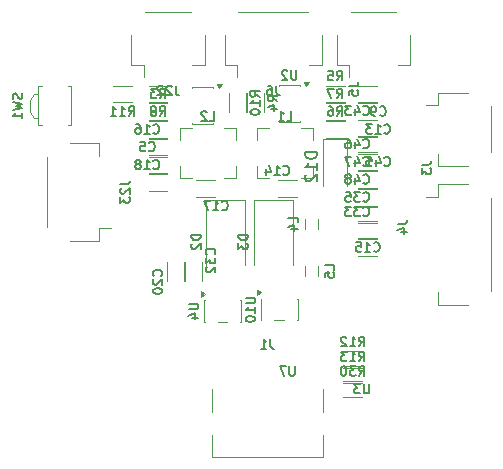
<source format=gbr>
%TF.GenerationSoftware,KiCad,Pcbnew,9.0.7*%
%TF.CreationDate,2026-01-24T01:10:01+08:00*%
%TF.ProjectId,zero star-rounded,7a65726f-2073-4746-9172-2d726f756e64,rev?*%
%TF.SameCoordinates,Original*%
%TF.FileFunction,Legend,Bot*%
%TF.FilePolarity,Positive*%
%FSLAX46Y46*%
G04 Gerber Fmt 4.6, Leading zero omitted, Abs format (unit mm)*
G04 Created by KiCad (PCBNEW 9.0.7) date 2026-01-24 01:10:01*
%MOMM*%
%LPD*%
G01*
G04 APERTURE LIST*
%ADD10C,0.150000*%
%ADD11C,0.120000*%
G04 APERTURE END LIST*
D10*
X194339523Y-98072295D02*
X194339523Y-98719914D01*
X194339523Y-98719914D02*
X194301428Y-98796104D01*
X194301428Y-98796104D02*
X194263333Y-98834200D01*
X194263333Y-98834200D02*
X194187142Y-98872295D01*
X194187142Y-98872295D02*
X194034761Y-98872295D01*
X194034761Y-98872295D02*
X193958571Y-98834200D01*
X193958571Y-98834200D02*
X193920476Y-98796104D01*
X193920476Y-98796104D02*
X193882380Y-98719914D01*
X193882380Y-98719914D02*
X193882380Y-98072295D01*
X193577619Y-98072295D02*
X193044285Y-98072295D01*
X193044285Y-98072295D02*
X193387143Y-98872295D01*
X200114285Y-81036104D02*
X200152381Y-81074200D01*
X200152381Y-81074200D02*
X200266666Y-81112295D01*
X200266666Y-81112295D02*
X200342857Y-81112295D01*
X200342857Y-81112295D02*
X200457143Y-81074200D01*
X200457143Y-81074200D02*
X200533333Y-80998009D01*
X200533333Y-80998009D02*
X200571428Y-80921819D01*
X200571428Y-80921819D02*
X200609524Y-80769438D01*
X200609524Y-80769438D02*
X200609524Y-80655152D01*
X200609524Y-80655152D02*
X200571428Y-80502771D01*
X200571428Y-80502771D02*
X200533333Y-80426580D01*
X200533333Y-80426580D02*
X200457143Y-80350390D01*
X200457143Y-80350390D02*
X200342857Y-80312295D01*
X200342857Y-80312295D02*
X200266666Y-80312295D01*
X200266666Y-80312295D02*
X200152381Y-80350390D01*
X200152381Y-80350390D02*
X200114285Y-80388485D01*
X199428571Y-80578961D02*
X199428571Y-81112295D01*
X199619047Y-80274200D02*
X199809524Y-80845628D01*
X199809524Y-80845628D02*
X199314285Y-80845628D01*
X199085714Y-80312295D02*
X198552380Y-80312295D01*
X198552380Y-80312295D02*
X198895238Y-81112295D01*
X188164285Y-84786104D02*
X188202381Y-84824200D01*
X188202381Y-84824200D02*
X188316666Y-84862295D01*
X188316666Y-84862295D02*
X188392857Y-84862295D01*
X188392857Y-84862295D02*
X188507143Y-84824200D01*
X188507143Y-84824200D02*
X188583333Y-84748009D01*
X188583333Y-84748009D02*
X188621428Y-84671819D01*
X188621428Y-84671819D02*
X188659524Y-84519438D01*
X188659524Y-84519438D02*
X188659524Y-84405152D01*
X188659524Y-84405152D02*
X188621428Y-84252771D01*
X188621428Y-84252771D02*
X188583333Y-84176580D01*
X188583333Y-84176580D02*
X188507143Y-84100390D01*
X188507143Y-84100390D02*
X188392857Y-84062295D01*
X188392857Y-84062295D02*
X188316666Y-84062295D01*
X188316666Y-84062295D02*
X188202381Y-84100390D01*
X188202381Y-84100390D02*
X188164285Y-84138485D01*
X187402381Y-84862295D02*
X187859524Y-84862295D01*
X187630952Y-84862295D02*
X187630952Y-84062295D01*
X187630952Y-84062295D02*
X187707143Y-84176580D01*
X187707143Y-84176580D02*
X187783333Y-84252771D01*
X187783333Y-84252771D02*
X187859524Y-84290866D01*
X187135714Y-84062295D02*
X186602380Y-84062295D01*
X186602380Y-84062295D02*
X186945238Y-84862295D01*
X196204819Y-79935714D02*
X195204819Y-79935714D01*
X195204819Y-79935714D02*
X195204819Y-80173809D01*
X195204819Y-80173809D02*
X195252438Y-80316666D01*
X195252438Y-80316666D02*
X195347676Y-80411904D01*
X195347676Y-80411904D02*
X195442914Y-80459523D01*
X195442914Y-80459523D02*
X195633390Y-80507142D01*
X195633390Y-80507142D02*
X195776247Y-80507142D01*
X195776247Y-80507142D02*
X195966723Y-80459523D01*
X195966723Y-80459523D02*
X196061961Y-80411904D01*
X196061961Y-80411904D02*
X196157200Y-80316666D01*
X196157200Y-80316666D02*
X196204819Y-80173809D01*
X196204819Y-80173809D02*
X196204819Y-79935714D01*
X196204819Y-81459523D02*
X196204819Y-80888095D01*
X196204819Y-81173809D02*
X195204819Y-81173809D01*
X195204819Y-81173809D02*
X195347676Y-81078571D01*
X195347676Y-81078571D02*
X195442914Y-80983333D01*
X195442914Y-80983333D02*
X195490533Y-80888095D01*
X195300057Y-81840476D02*
X195252438Y-81888095D01*
X195252438Y-81888095D02*
X195204819Y-81983333D01*
X195204819Y-81983333D02*
X195204819Y-82221428D01*
X195204819Y-82221428D02*
X195252438Y-82316666D01*
X195252438Y-82316666D02*
X195300057Y-82364285D01*
X195300057Y-82364285D02*
X195395295Y-82411904D01*
X195395295Y-82411904D02*
X195490533Y-82411904D01*
X195490533Y-82411904D02*
X195633390Y-82364285D01*
X195633390Y-82364285D02*
X196204819Y-81792857D01*
X196204819Y-81792857D02*
X196204819Y-82411904D01*
X183036104Y-90385714D02*
X183074200Y-90347618D01*
X183074200Y-90347618D02*
X183112295Y-90233333D01*
X183112295Y-90233333D02*
X183112295Y-90157142D01*
X183112295Y-90157142D02*
X183074200Y-90042856D01*
X183074200Y-90042856D02*
X182998009Y-89966666D01*
X182998009Y-89966666D02*
X182921819Y-89928571D01*
X182921819Y-89928571D02*
X182769438Y-89890475D01*
X182769438Y-89890475D02*
X182655152Y-89890475D01*
X182655152Y-89890475D02*
X182502771Y-89928571D01*
X182502771Y-89928571D02*
X182426580Y-89966666D01*
X182426580Y-89966666D02*
X182350390Y-90042856D01*
X182350390Y-90042856D02*
X182312295Y-90157142D01*
X182312295Y-90157142D02*
X182312295Y-90233333D01*
X182312295Y-90233333D02*
X182350390Y-90347618D01*
X182350390Y-90347618D02*
X182388485Y-90385714D01*
X182388485Y-90690475D02*
X182350390Y-90728571D01*
X182350390Y-90728571D02*
X182312295Y-90804761D01*
X182312295Y-90804761D02*
X182312295Y-90995237D01*
X182312295Y-90995237D02*
X182350390Y-91071428D01*
X182350390Y-91071428D02*
X182388485Y-91109523D01*
X182388485Y-91109523D02*
X182464676Y-91147618D01*
X182464676Y-91147618D02*
X182540866Y-91147618D01*
X182540866Y-91147618D02*
X182655152Y-91109523D01*
X182655152Y-91109523D02*
X183112295Y-90652380D01*
X183112295Y-90652380D02*
X183112295Y-91147618D01*
X182312295Y-91642857D02*
X182312295Y-91719047D01*
X182312295Y-91719047D02*
X182350390Y-91795238D01*
X182350390Y-91795238D02*
X182388485Y-91833333D01*
X182388485Y-91833333D02*
X182464676Y-91871428D01*
X182464676Y-91871428D02*
X182617057Y-91909523D01*
X182617057Y-91909523D02*
X182807533Y-91909523D01*
X182807533Y-91909523D02*
X182959914Y-91871428D01*
X182959914Y-91871428D02*
X183036104Y-91833333D01*
X183036104Y-91833333D02*
X183074200Y-91795238D01*
X183074200Y-91795238D02*
X183112295Y-91719047D01*
X183112295Y-91719047D02*
X183112295Y-91642857D01*
X183112295Y-91642857D02*
X183074200Y-91566666D01*
X183074200Y-91566666D02*
X183036104Y-91528571D01*
X183036104Y-91528571D02*
X182959914Y-91490476D01*
X182959914Y-91490476D02*
X182807533Y-91452380D01*
X182807533Y-91452380D02*
X182617057Y-91452380D01*
X182617057Y-91452380D02*
X182464676Y-91490476D01*
X182464676Y-91490476D02*
X182388485Y-91528571D01*
X182388485Y-91528571D02*
X182350390Y-91566666D01*
X182350390Y-91566666D02*
X182312295Y-91642857D01*
X182364285Y-78286104D02*
X182402381Y-78324200D01*
X182402381Y-78324200D02*
X182516666Y-78362295D01*
X182516666Y-78362295D02*
X182592857Y-78362295D01*
X182592857Y-78362295D02*
X182707143Y-78324200D01*
X182707143Y-78324200D02*
X182783333Y-78248009D01*
X182783333Y-78248009D02*
X182821428Y-78171819D01*
X182821428Y-78171819D02*
X182859524Y-78019438D01*
X182859524Y-78019438D02*
X182859524Y-77905152D01*
X182859524Y-77905152D02*
X182821428Y-77752771D01*
X182821428Y-77752771D02*
X182783333Y-77676580D01*
X182783333Y-77676580D02*
X182707143Y-77600390D01*
X182707143Y-77600390D02*
X182592857Y-77562295D01*
X182592857Y-77562295D02*
X182516666Y-77562295D01*
X182516666Y-77562295D02*
X182402381Y-77600390D01*
X182402381Y-77600390D02*
X182364285Y-77638485D01*
X181602381Y-78362295D02*
X182059524Y-78362295D01*
X181830952Y-78362295D02*
X181830952Y-77562295D01*
X181830952Y-77562295D02*
X181907143Y-77676580D01*
X181907143Y-77676580D02*
X181983333Y-77752771D01*
X181983333Y-77752771D02*
X182059524Y-77790866D01*
X180916666Y-77562295D02*
X181069047Y-77562295D01*
X181069047Y-77562295D02*
X181145238Y-77600390D01*
X181145238Y-77600390D02*
X181183333Y-77638485D01*
X181183333Y-77638485D02*
X181259523Y-77752771D01*
X181259523Y-77752771D02*
X181297619Y-77905152D01*
X181297619Y-77905152D02*
X181297619Y-78209914D01*
X181297619Y-78209914D02*
X181259523Y-78286104D01*
X181259523Y-78286104D02*
X181221428Y-78324200D01*
X181221428Y-78324200D02*
X181145238Y-78362295D01*
X181145238Y-78362295D02*
X180992857Y-78362295D01*
X180992857Y-78362295D02*
X180916666Y-78324200D01*
X180916666Y-78324200D02*
X180878571Y-78286104D01*
X180878571Y-78286104D02*
X180840476Y-78209914D01*
X180840476Y-78209914D02*
X180840476Y-78019438D01*
X180840476Y-78019438D02*
X180878571Y-77943247D01*
X180878571Y-77943247D02*
X180916666Y-77905152D01*
X180916666Y-77905152D02*
X180992857Y-77867057D01*
X180992857Y-77867057D02*
X181145238Y-77867057D01*
X181145238Y-77867057D02*
X181221428Y-77905152D01*
X181221428Y-77905152D02*
X181259523Y-77943247D01*
X181259523Y-77943247D02*
X181297619Y-78019438D01*
X190362295Y-86909524D02*
X189562295Y-86909524D01*
X189562295Y-86909524D02*
X189562295Y-87100000D01*
X189562295Y-87100000D02*
X189600390Y-87214286D01*
X189600390Y-87214286D02*
X189676580Y-87290476D01*
X189676580Y-87290476D02*
X189752771Y-87328571D01*
X189752771Y-87328571D02*
X189905152Y-87366667D01*
X189905152Y-87366667D02*
X190019438Y-87366667D01*
X190019438Y-87366667D02*
X190171819Y-87328571D01*
X190171819Y-87328571D02*
X190248009Y-87290476D01*
X190248009Y-87290476D02*
X190324200Y-87214286D01*
X190324200Y-87214286D02*
X190362295Y-87100000D01*
X190362295Y-87100000D02*
X190362295Y-86909524D01*
X189562295Y-87633333D02*
X189562295Y-88128571D01*
X189562295Y-88128571D02*
X189867057Y-87861905D01*
X189867057Y-87861905D02*
X189867057Y-87976190D01*
X189867057Y-87976190D02*
X189905152Y-88052381D01*
X189905152Y-88052381D02*
X189943247Y-88090476D01*
X189943247Y-88090476D02*
X190019438Y-88128571D01*
X190019438Y-88128571D02*
X190209914Y-88128571D01*
X190209914Y-88128571D02*
X190286104Y-88090476D01*
X190286104Y-88090476D02*
X190324200Y-88052381D01*
X190324200Y-88052381D02*
X190362295Y-87976190D01*
X190362295Y-87976190D02*
X190362295Y-87747619D01*
X190362295Y-87747619D02*
X190324200Y-87671428D01*
X190324200Y-87671428D02*
X190286104Y-87633333D01*
X194472023Y-72987295D02*
X194472023Y-73634914D01*
X194472023Y-73634914D02*
X194433928Y-73711104D01*
X194433928Y-73711104D02*
X194395833Y-73749200D01*
X194395833Y-73749200D02*
X194319642Y-73787295D01*
X194319642Y-73787295D02*
X194167261Y-73787295D01*
X194167261Y-73787295D02*
X194091071Y-73749200D01*
X194091071Y-73749200D02*
X194052976Y-73711104D01*
X194052976Y-73711104D02*
X194014880Y-73634914D01*
X194014880Y-73634914D02*
X194014880Y-72987295D01*
X193672024Y-73063485D02*
X193633928Y-73025390D01*
X193633928Y-73025390D02*
X193557738Y-72987295D01*
X193557738Y-72987295D02*
X193367262Y-72987295D01*
X193367262Y-72987295D02*
X193291071Y-73025390D01*
X193291071Y-73025390D02*
X193252976Y-73063485D01*
X193252976Y-73063485D02*
X193214881Y-73139676D01*
X193214881Y-73139676D02*
X193214881Y-73215866D01*
X193214881Y-73215866D02*
X193252976Y-73330152D01*
X193252976Y-73330152D02*
X193710119Y-73787295D01*
X193710119Y-73787295D02*
X193214881Y-73787295D01*
X182883332Y-76862295D02*
X183149999Y-76481342D01*
X183340475Y-76862295D02*
X183340475Y-76062295D01*
X183340475Y-76062295D02*
X183035713Y-76062295D01*
X183035713Y-76062295D02*
X182959523Y-76100390D01*
X182959523Y-76100390D02*
X182921428Y-76138485D01*
X182921428Y-76138485D02*
X182883332Y-76214676D01*
X182883332Y-76214676D02*
X182883332Y-76328961D01*
X182883332Y-76328961D02*
X182921428Y-76405152D01*
X182921428Y-76405152D02*
X182959523Y-76443247D01*
X182959523Y-76443247D02*
X183035713Y-76481342D01*
X183035713Y-76481342D02*
X183340475Y-76481342D01*
X182426190Y-76405152D02*
X182502380Y-76367057D01*
X182502380Y-76367057D02*
X182540475Y-76328961D01*
X182540475Y-76328961D02*
X182578571Y-76252771D01*
X182578571Y-76252771D02*
X182578571Y-76214676D01*
X182578571Y-76214676D02*
X182540475Y-76138485D01*
X182540475Y-76138485D02*
X182502380Y-76100390D01*
X182502380Y-76100390D02*
X182426190Y-76062295D01*
X182426190Y-76062295D02*
X182273809Y-76062295D01*
X182273809Y-76062295D02*
X182197618Y-76100390D01*
X182197618Y-76100390D02*
X182159523Y-76138485D01*
X182159523Y-76138485D02*
X182121428Y-76214676D01*
X182121428Y-76214676D02*
X182121428Y-76252771D01*
X182121428Y-76252771D02*
X182159523Y-76328961D01*
X182159523Y-76328961D02*
X182197618Y-76367057D01*
X182197618Y-76367057D02*
X182273809Y-76405152D01*
X182273809Y-76405152D02*
X182426190Y-76405152D01*
X182426190Y-76405152D02*
X182502380Y-76443247D01*
X182502380Y-76443247D02*
X182540475Y-76481342D01*
X182540475Y-76481342D02*
X182578571Y-76557533D01*
X182578571Y-76557533D02*
X182578571Y-76709914D01*
X182578571Y-76709914D02*
X182540475Y-76786104D01*
X182540475Y-76786104D02*
X182502380Y-76824200D01*
X182502380Y-76824200D02*
X182426190Y-76862295D01*
X182426190Y-76862295D02*
X182273809Y-76862295D01*
X182273809Y-76862295D02*
X182197618Y-76824200D01*
X182197618Y-76824200D02*
X182159523Y-76786104D01*
X182159523Y-76786104D02*
X182121428Y-76709914D01*
X182121428Y-76709914D02*
X182121428Y-76557533D01*
X182121428Y-76557533D02*
X182159523Y-76481342D01*
X182159523Y-76481342D02*
X182197618Y-76443247D01*
X182197618Y-76443247D02*
X182273809Y-76405152D01*
X182364285Y-81286104D02*
X182402381Y-81324200D01*
X182402381Y-81324200D02*
X182516666Y-81362295D01*
X182516666Y-81362295D02*
X182592857Y-81362295D01*
X182592857Y-81362295D02*
X182707143Y-81324200D01*
X182707143Y-81324200D02*
X182783333Y-81248009D01*
X182783333Y-81248009D02*
X182821428Y-81171819D01*
X182821428Y-81171819D02*
X182859524Y-81019438D01*
X182859524Y-81019438D02*
X182859524Y-80905152D01*
X182859524Y-80905152D02*
X182821428Y-80752771D01*
X182821428Y-80752771D02*
X182783333Y-80676580D01*
X182783333Y-80676580D02*
X182707143Y-80600390D01*
X182707143Y-80600390D02*
X182592857Y-80562295D01*
X182592857Y-80562295D02*
X182516666Y-80562295D01*
X182516666Y-80562295D02*
X182402381Y-80600390D01*
X182402381Y-80600390D02*
X182364285Y-80638485D01*
X181602381Y-81362295D02*
X182059524Y-81362295D01*
X181830952Y-81362295D02*
X181830952Y-80562295D01*
X181830952Y-80562295D02*
X181907143Y-80676580D01*
X181907143Y-80676580D02*
X181983333Y-80752771D01*
X181983333Y-80752771D02*
X182059524Y-80790866D01*
X181145238Y-80905152D02*
X181221428Y-80867057D01*
X181221428Y-80867057D02*
X181259523Y-80828961D01*
X181259523Y-80828961D02*
X181297619Y-80752771D01*
X181297619Y-80752771D02*
X181297619Y-80714676D01*
X181297619Y-80714676D02*
X181259523Y-80638485D01*
X181259523Y-80638485D02*
X181221428Y-80600390D01*
X181221428Y-80600390D02*
X181145238Y-80562295D01*
X181145238Y-80562295D02*
X180992857Y-80562295D01*
X180992857Y-80562295D02*
X180916666Y-80600390D01*
X180916666Y-80600390D02*
X180878571Y-80638485D01*
X180878571Y-80638485D02*
X180840476Y-80714676D01*
X180840476Y-80714676D02*
X180840476Y-80752771D01*
X180840476Y-80752771D02*
X180878571Y-80828961D01*
X180878571Y-80828961D02*
X180916666Y-80867057D01*
X180916666Y-80867057D02*
X180992857Y-80905152D01*
X180992857Y-80905152D02*
X181145238Y-80905152D01*
X181145238Y-80905152D02*
X181221428Y-80943247D01*
X181221428Y-80943247D02*
X181259523Y-80981342D01*
X181259523Y-80981342D02*
X181297619Y-81057533D01*
X181297619Y-81057533D02*
X181297619Y-81209914D01*
X181297619Y-81209914D02*
X181259523Y-81286104D01*
X181259523Y-81286104D02*
X181221428Y-81324200D01*
X181221428Y-81324200D02*
X181145238Y-81362295D01*
X181145238Y-81362295D02*
X180992857Y-81362295D01*
X180992857Y-81362295D02*
X180916666Y-81324200D01*
X180916666Y-81324200D02*
X180878571Y-81286104D01*
X180878571Y-81286104D02*
X180840476Y-81209914D01*
X180840476Y-81209914D02*
X180840476Y-81057533D01*
X180840476Y-81057533D02*
X180878571Y-80981342D01*
X180878571Y-80981342D02*
X180916666Y-80943247D01*
X180916666Y-80943247D02*
X180992857Y-80905152D01*
X200114285Y-76706104D02*
X200152381Y-76744200D01*
X200152381Y-76744200D02*
X200266666Y-76782295D01*
X200266666Y-76782295D02*
X200342857Y-76782295D01*
X200342857Y-76782295D02*
X200457143Y-76744200D01*
X200457143Y-76744200D02*
X200533333Y-76668009D01*
X200533333Y-76668009D02*
X200571428Y-76591819D01*
X200571428Y-76591819D02*
X200609524Y-76439438D01*
X200609524Y-76439438D02*
X200609524Y-76325152D01*
X200609524Y-76325152D02*
X200571428Y-76172771D01*
X200571428Y-76172771D02*
X200533333Y-76096580D01*
X200533333Y-76096580D02*
X200457143Y-76020390D01*
X200457143Y-76020390D02*
X200342857Y-75982295D01*
X200342857Y-75982295D02*
X200266666Y-75982295D01*
X200266666Y-75982295D02*
X200152381Y-76020390D01*
X200152381Y-76020390D02*
X200114285Y-76058485D01*
X199428571Y-76248961D02*
X199428571Y-76782295D01*
X199619047Y-75944200D02*
X199809524Y-76515628D01*
X199809524Y-76515628D02*
X199314285Y-76515628D01*
X199085714Y-75982295D02*
X198590476Y-75982295D01*
X198590476Y-75982295D02*
X198857142Y-76287057D01*
X198857142Y-76287057D02*
X198742857Y-76287057D01*
X198742857Y-76287057D02*
X198666666Y-76325152D01*
X198666666Y-76325152D02*
X198628571Y-76363247D01*
X198628571Y-76363247D02*
X198590476Y-76439438D01*
X198590476Y-76439438D02*
X198590476Y-76629914D01*
X198590476Y-76629914D02*
X198628571Y-76706104D01*
X198628571Y-76706104D02*
X198666666Y-76744200D01*
X198666666Y-76744200D02*
X198742857Y-76782295D01*
X198742857Y-76782295D02*
X198971428Y-76782295D01*
X198971428Y-76782295D02*
X199047619Y-76744200D01*
X199047619Y-76744200D02*
X199085714Y-76706104D01*
X203062295Y-85983333D02*
X203633723Y-85983333D01*
X203633723Y-85983333D02*
X203748009Y-85945238D01*
X203748009Y-85945238D02*
X203824200Y-85869047D01*
X203824200Y-85869047D02*
X203862295Y-85754762D01*
X203862295Y-85754762D02*
X203862295Y-85678571D01*
X203328961Y-86707143D02*
X203862295Y-86707143D01*
X203024200Y-86516667D02*
X203595628Y-86326190D01*
X203595628Y-86326190D02*
X203595628Y-86821429D01*
X185362295Y-92777976D02*
X186009914Y-92777976D01*
X186009914Y-92777976D02*
X186086104Y-92816071D01*
X186086104Y-92816071D02*
X186124200Y-92854166D01*
X186124200Y-92854166D02*
X186162295Y-92930357D01*
X186162295Y-92930357D02*
X186162295Y-93082738D01*
X186162295Y-93082738D02*
X186124200Y-93158928D01*
X186124200Y-93158928D02*
X186086104Y-93197023D01*
X186086104Y-93197023D02*
X186009914Y-93235119D01*
X186009914Y-93235119D02*
X185362295Y-93235119D01*
X185628961Y-93958928D02*
X186162295Y-93958928D01*
X185324200Y-93768452D02*
X185895628Y-93577975D01*
X185895628Y-93577975D02*
X185895628Y-94073214D01*
X201533332Y-76786104D02*
X201571428Y-76824200D01*
X201571428Y-76824200D02*
X201685713Y-76862295D01*
X201685713Y-76862295D02*
X201761904Y-76862295D01*
X201761904Y-76862295D02*
X201876190Y-76824200D01*
X201876190Y-76824200D02*
X201952380Y-76748009D01*
X201952380Y-76748009D02*
X201990475Y-76671819D01*
X201990475Y-76671819D02*
X202028571Y-76519438D01*
X202028571Y-76519438D02*
X202028571Y-76405152D01*
X202028571Y-76405152D02*
X201990475Y-76252771D01*
X201990475Y-76252771D02*
X201952380Y-76176580D01*
X201952380Y-76176580D02*
X201876190Y-76100390D01*
X201876190Y-76100390D02*
X201761904Y-76062295D01*
X201761904Y-76062295D02*
X201685713Y-76062295D01*
X201685713Y-76062295D02*
X201571428Y-76100390D01*
X201571428Y-76100390D02*
X201533332Y-76138485D01*
X201152380Y-76862295D02*
X200999999Y-76862295D01*
X200999999Y-76862295D02*
X200923809Y-76824200D01*
X200923809Y-76824200D02*
X200885713Y-76786104D01*
X200885713Y-76786104D02*
X200809523Y-76671819D01*
X200809523Y-76671819D02*
X200771428Y-76519438D01*
X200771428Y-76519438D02*
X200771428Y-76214676D01*
X200771428Y-76214676D02*
X200809523Y-76138485D01*
X200809523Y-76138485D02*
X200847618Y-76100390D01*
X200847618Y-76100390D02*
X200923809Y-76062295D01*
X200923809Y-76062295D02*
X201076190Y-76062295D01*
X201076190Y-76062295D02*
X201152380Y-76100390D01*
X201152380Y-76100390D02*
X201190475Y-76138485D01*
X201190475Y-76138485D02*
X201228571Y-76214676D01*
X201228571Y-76214676D02*
X201228571Y-76405152D01*
X201228571Y-76405152D02*
X201190475Y-76481342D01*
X201190475Y-76481342D02*
X201152380Y-76519438D01*
X201152380Y-76519438D02*
X201076190Y-76557533D01*
X201076190Y-76557533D02*
X200923809Y-76557533D01*
X200923809Y-76557533D02*
X200847618Y-76519438D01*
X200847618Y-76519438D02*
X200809523Y-76481342D01*
X200809523Y-76481342D02*
X200771428Y-76405152D01*
X200609523Y-99562295D02*
X200609523Y-100209914D01*
X200609523Y-100209914D02*
X200571428Y-100286104D01*
X200571428Y-100286104D02*
X200533333Y-100324200D01*
X200533333Y-100324200D02*
X200457142Y-100362295D01*
X200457142Y-100362295D02*
X200304761Y-100362295D01*
X200304761Y-100362295D02*
X200228571Y-100324200D01*
X200228571Y-100324200D02*
X200190476Y-100286104D01*
X200190476Y-100286104D02*
X200152380Y-100209914D01*
X200152380Y-100209914D02*
X200152380Y-99562295D01*
X199847619Y-99562295D02*
X199352381Y-99562295D01*
X199352381Y-99562295D02*
X199619047Y-99867057D01*
X199619047Y-99867057D02*
X199504762Y-99867057D01*
X199504762Y-99867057D02*
X199428571Y-99905152D01*
X199428571Y-99905152D02*
X199390476Y-99943247D01*
X199390476Y-99943247D02*
X199352381Y-100019438D01*
X199352381Y-100019438D02*
X199352381Y-100209914D01*
X199352381Y-100209914D02*
X199390476Y-100286104D01*
X199390476Y-100286104D02*
X199428571Y-100324200D01*
X199428571Y-100324200D02*
X199504762Y-100362295D01*
X199504762Y-100362295D02*
X199733333Y-100362295D01*
X199733333Y-100362295D02*
X199809524Y-100324200D01*
X199809524Y-100324200D02*
X199847619Y-100286104D01*
X190162295Y-92259524D02*
X190809914Y-92259524D01*
X190809914Y-92259524D02*
X190886104Y-92297619D01*
X190886104Y-92297619D02*
X190924200Y-92335714D01*
X190924200Y-92335714D02*
X190962295Y-92411905D01*
X190962295Y-92411905D02*
X190962295Y-92564286D01*
X190962295Y-92564286D02*
X190924200Y-92640476D01*
X190924200Y-92640476D02*
X190886104Y-92678571D01*
X190886104Y-92678571D02*
X190809914Y-92716667D01*
X190809914Y-92716667D02*
X190162295Y-92716667D01*
X190962295Y-93516666D02*
X190962295Y-93059523D01*
X190962295Y-93288095D02*
X190162295Y-93288095D01*
X190162295Y-93288095D02*
X190276580Y-93211904D01*
X190276580Y-93211904D02*
X190352771Y-93135714D01*
X190352771Y-93135714D02*
X190390866Y-93059523D01*
X190162295Y-94011905D02*
X190162295Y-94088095D01*
X190162295Y-94088095D02*
X190200390Y-94164286D01*
X190200390Y-94164286D02*
X190238485Y-94202381D01*
X190238485Y-94202381D02*
X190314676Y-94240476D01*
X190314676Y-94240476D02*
X190467057Y-94278571D01*
X190467057Y-94278571D02*
X190657533Y-94278571D01*
X190657533Y-94278571D02*
X190809914Y-94240476D01*
X190809914Y-94240476D02*
X190886104Y-94202381D01*
X190886104Y-94202381D02*
X190924200Y-94164286D01*
X190924200Y-94164286D02*
X190962295Y-94088095D01*
X190962295Y-94088095D02*
X190962295Y-94011905D01*
X190962295Y-94011905D02*
X190924200Y-93935714D01*
X190924200Y-93935714D02*
X190886104Y-93897619D01*
X190886104Y-93897619D02*
X190809914Y-93859524D01*
X190809914Y-93859524D02*
X190657533Y-93821428D01*
X190657533Y-93821428D02*
X190467057Y-93821428D01*
X190467057Y-93821428D02*
X190314676Y-93859524D01*
X190314676Y-93859524D02*
X190238485Y-93897619D01*
X190238485Y-93897619D02*
X190200390Y-93935714D01*
X190200390Y-93935714D02*
X190162295Y-94011905D01*
X193658333Y-77262295D02*
X194039285Y-77262295D01*
X194039285Y-77262295D02*
X194039285Y-76462295D01*
X192972619Y-77262295D02*
X193429762Y-77262295D01*
X193201190Y-77262295D02*
X193201190Y-76462295D01*
X193201190Y-76462295D02*
X193277381Y-76576580D01*
X193277381Y-76576580D02*
X193353571Y-76652771D01*
X193353571Y-76652771D02*
X193429762Y-76690866D01*
X201914285Y-81036104D02*
X201952381Y-81074200D01*
X201952381Y-81074200D02*
X202066666Y-81112295D01*
X202066666Y-81112295D02*
X202142857Y-81112295D01*
X202142857Y-81112295D02*
X202257143Y-81074200D01*
X202257143Y-81074200D02*
X202333333Y-80998009D01*
X202333333Y-80998009D02*
X202371428Y-80921819D01*
X202371428Y-80921819D02*
X202409524Y-80769438D01*
X202409524Y-80769438D02*
X202409524Y-80655152D01*
X202409524Y-80655152D02*
X202371428Y-80502771D01*
X202371428Y-80502771D02*
X202333333Y-80426580D01*
X202333333Y-80426580D02*
X202257143Y-80350390D01*
X202257143Y-80350390D02*
X202142857Y-80312295D01*
X202142857Y-80312295D02*
X202066666Y-80312295D01*
X202066666Y-80312295D02*
X201952381Y-80350390D01*
X201952381Y-80350390D02*
X201914285Y-80388485D01*
X201228571Y-80578961D02*
X201228571Y-81112295D01*
X201419047Y-80274200D02*
X201609524Y-80845628D01*
X201609524Y-80845628D02*
X201114285Y-80845628D01*
X200428571Y-80312295D02*
X200809523Y-80312295D01*
X200809523Y-80312295D02*
X200847619Y-80693247D01*
X200847619Y-80693247D02*
X200809523Y-80655152D01*
X200809523Y-80655152D02*
X200733333Y-80617057D01*
X200733333Y-80617057D02*
X200542857Y-80617057D01*
X200542857Y-80617057D02*
X200466666Y-80655152D01*
X200466666Y-80655152D02*
X200428571Y-80693247D01*
X200428571Y-80693247D02*
X200390476Y-80769438D01*
X200390476Y-80769438D02*
X200390476Y-80959914D01*
X200390476Y-80959914D02*
X200428571Y-81036104D01*
X200428571Y-81036104D02*
X200466666Y-81074200D01*
X200466666Y-81074200D02*
X200542857Y-81112295D01*
X200542857Y-81112295D02*
X200733333Y-81112295D01*
X200733333Y-81112295D02*
X200809523Y-81074200D01*
X200809523Y-81074200D02*
X200847619Y-81036104D01*
X197662295Y-89866666D02*
X197662295Y-89485714D01*
X197662295Y-89485714D02*
X196862295Y-89485714D01*
X196862295Y-90514285D02*
X196862295Y-90133333D01*
X196862295Y-90133333D02*
X197243247Y-90095237D01*
X197243247Y-90095237D02*
X197205152Y-90133333D01*
X197205152Y-90133333D02*
X197167057Y-90209523D01*
X197167057Y-90209523D02*
X197167057Y-90399999D01*
X197167057Y-90399999D02*
X197205152Y-90476190D01*
X197205152Y-90476190D02*
X197243247Y-90514285D01*
X197243247Y-90514285D02*
X197319438Y-90552380D01*
X197319438Y-90552380D02*
X197509914Y-90552380D01*
X197509914Y-90552380D02*
X197586104Y-90514285D01*
X197586104Y-90514285D02*
X197624200Y-90476190D01*
X197624200Y-90476190D02*
X197662295Y-90399999D01*
X197662295Y-90399999D02*
X197662295Y-90209523D01*
X197662295Y-90209523D02*
X197624200Y-90133333D01*
X197624200Y-90133333D02*
X197586104Y-90095237D01*
X187108333Y-77262295D02*
X187489285Y-77262295D01*
X187489285Y-77262295D02*
X187489285Y-76462295D01*
X186879762Y-76538485D02*
X186841666Y-76500390D01*
X186841666Y-76500390D02*
X186765476Y-76462295D01*
X186765476Y-76462295D02*
X186575000Y-76462295D01*
X186575000Y-76462295D02*
X186498809Y-76500390D01*
X186498809Y-76500390D02*
X186460714Y-76538485D01*
X186460714Y-76538485D02*
X186422619Y-76614676D01*
X186422619Y-76614676D02*
X186422619Y-76690866D01*
X186422619Y-76690866D02*
X186460714Y-76805152D01*
X186460714Y-76805152D02*
X186917857Y-77262295D01*
X186917857Y-77262295D02*
X186422619Y-77262295D01*
X198892295Y-74333333D02*
X199463723Y-74333333D01*
X199463723Y-74333333D02*
X199578009Y-74295238D01*
X199578009Y-74295238D02*
X199654200Y-74219047D01*
X199654200Y-74219047D02*
X199692295Y-74104762D01*
X199692295Y-74104762D02*
X199692295Y-74028571D01*
X198892295Y-75095238D02*
X198892295Y-74714286D01*
X198892295Y-74714286D02*
X199273247Y-74676190D01*
X199273247Y-74676190D02*
X199235152Y-74714286D01*
X199235152Y-74714286D02*
X199197057Y-74790476D01*
X199197057Y-74790476D02*
X199197057Y-74980952D01*
X199197057Y-74980952D02*
X199235152Y-75057143D01*
X199235152Y-75057143D02*
X199273247Y-75095238D01*
X199273247Y-75095238D02*
X199349438Y-75133333D01*
X199349438Y-75133333D02*
X199539914Y-75133333D01*
X199539914Y-75133333D02*
X199616104Y-75095238D01*
X199616104Y-75095238D02*
X199654200Y-75057143D01*
X199654200Y-75057143D02*
X199692295Y-74980952D01*
X199692295Y-74980952D02*
X199692295Y-74790476D01*
X199692295Y-74790476D02*
X199654200Y-74714286D01*
X199654200Y-74714286D02*
X199616104Y-74676190D01*
X200114285Y-79536104D02*
X200152381Y-79574200D01*
X200152381Y-79574200D02*
X200266666Y-79612295D01*
X200266666Y-79612295D02*
X200342857Y-79612295D01*
X200342857Y-79612295D02*
X200457143Y-79574200D01*
X200457143Y-79574200D02*
X200533333Y-79498009D01*
X200533333Y-79498009D02*
X200571428Y-79421819D01*
X200571428Y-79421819D02*
X200609524Y-79269438D01*
X200609524Y-79269438D02*
X200609524Y-79155152D01*
X200609524Y-79155152D02*
X200571428Y-79002771D01*
X200571428Y-79002771D02*
X200533333Y-78926580D01*
X200533333Y-78926580D02*
X200457143Y-78850390D01*
X200457143Y-78850390D02*
X200342857Y-78812295D01*
X200342857Y-78812295D02*
X200266666Y-78812295D01*
X200266666Y-78812295D02*
X200152381Y-78850390D01*
X200152381Y-78850390D02*
X200114285Y-78888485D01*
X199428571Y-79078961D02*
X199428571Y-79612295D01*
X199619047Y-78774200D02*
X199809524Y-79345628D01*
X199809524Y-79345628D02*
X199314285Y-79345628D01*
X198666666Y-78812295D02*
X198819047Y-78812295D01*
X198819047Y-78812295D02*
X198895238Y-78850390D01*
X198895238Y-78850390D02*
X198933333Y-78888485D01*
X198933333Y-78888485D02*
X199009523Y-79002771D01*
X199009523Y-79002771D02*
X199047619Y-79155152D01*
X199047619Y-79155152D02*
X199047619Y-79459914D01*
X199047619Y-79459914D02*
X199009523Y-79536104D01*
X199009523Y-79536104D02*
X198971428Y-79574200D01*
X198971428Y-79574200D02*
X198895238Y-79612295D01*
X198895238Y-79612295D02*
X198742857Y-79612295D01*
X198742857Y-79612295D02*
X198666666Y-79574200D01*
X198666666Y-79574200D02*
X198628571Y-79536104D01*
X198628571Y-79536104D02*
X198590476Y-79459914D01*
X198590476Y-79459914D02*
X198590476Y-79269438D01*
X198590476Y-79269438D02*
X198628571Y-79193247D01*
X198628571Y-79193247D02*
X198666666Y-79155152D01*
X198666666Y-79155152D02*
X198742857Y-79117057D01*
X198742857Y-79117057D02*
X198895238Y-79117057D01*
X198895238Y-79117057D02*
X198971428Y-79155152D01*
X198971428Y-79155152D02*
X199009523Y-79193247D01*
X199009523Y-79193247D02*
X199047619Y-79269438D01*
X199764285Y-96362295D02*
X200030952Y-95981342D01*
X200221428Y-96362295D02*
X200221428Y-95562295D01*
X200221428Y-95562295D02*
X199916666Y-95562295D01*
X199916666Y-95562295D02*
X199840476Y-95600390D01*
X199840476Y-95600390D02*
X199802381Y-95638485D01*
X199802381Y-95638485D02*
X199764285Y-95714676D01*
X199764285Y-95714676D02*
X199764285Y-95828961D01*
X199764285Y-95828961D02*
X199802381Y-95905152D01*
X199802381Y-95905152D02*
X199840476Y-95943247D01*
X199840476Y-95943247D02*
X199916666Y-95981342D01*
X199916666Y-95981342D02*
X200221428Y-95981342D01*
X199002381Y-96362295D02*
X199459524Y-96362295D01*
X199230952Y-96362295D02*
X199230952Y-95562295D01*
X199230952Y-95562295D02*
X199307143Y-95676580D01*
X199307143Y-95676580D02*
X199383333Y-95752771D01*
X199383333Y-95752771D02*
X199459524Y-95790866D01*
X198697619Y-95638485D02*
X198659523Y-95600390D01*
X198659523Y-95600390D02*
X198583333Y-95562295D01*
X198583333Y-95562295D02*
X198392857Y-95562295D01*
X198392857Y-95562295D02*
X198316666Y-95600390D01*
X198316666Y-95600390D02*
X198278571Y-95638485D01*
X198278571Y-95638485D02*
X198240476Y-95714676D01*
X198240476Y-95714676D02*
X198240476Y-95790866D01*
X198240476Y-95790866D02*
X198278571Y-95905152D01*
X198278571Y-95905152D02*
X198735714Y-96362295D01*
X198735714Y-96362295D02*
X198240476Y-96362295D01*
X194562295Y-85866666D02*
X194562295Y-85485714D01*
X194562295Y-85485714D02*
X193762295Y-85485714D01*
X194028961Y-86476190D02*
X194562295Y-86476190D01*
X193724200Y-86285714D02*
X194295628Y-86095237D01*
X194295628Y-86095237D02*
X194295628Y-86590476D01*
X193364285Y-81786104D02*
X193402381Y-81824200D01*
X193402381Y-81824200D02*
X193516666Y-81862295D01*
X193516666Y-81862295D02*
X193592857Y-81862295D01*
X193592857Y-81862295D02*
X193707143Y-81824200D01*
X193707143Y-81824200D02*
X193783333Y-81748009D01*
X193783333Y-81748009D02*
X193821428Y-81671819D01*
X193821428Y-81671819D02*
X193859524Y-81519438D01*
X193859524Y-81519438D02*
X193859524Y-81405152D01*
X193859524Y-81405152D02*
X193821428Y-81252771D01*
X193821428Y-81252771D02*
X193783333Y-81176580D01*
X193783333Y-81176580D02*
X193707143Y-81100390D01*
X193707143Y-81100390D02*
X193592857Y-81062295D01*
X193592857Y-81062295D02*
X193516666Y-81062295D01*
X193516666Y-81062295D02*
X193402381Y-81100390D01*
X193402381Y-81100390D02*
X193364285Y-81138485D01*
X192602381Y-81862295D02*
X193059524Y-81862295D01*
X192830952Y-81862295D02*
X192830952Y-81062295D01*
X192830952Y-81062295D02*
X192907143Y-81176580D01*
X192907143Y-81176580D02*
X192983333Y-81252771D01*
X192983333Y-81252771D02*
X193059524Y-81290866D01*
X191916666Y-81328961D02*
X191916666Y-81862295D01*
X192107142Y-81024200D02*
X192297619Y-81595628D01*
X192297619Y-81595628D02*
X191802380Y-81595628D01*
X182883332Y-76862295D02*
X183149999Y-76481342D01*
X183340475Y-76862295D02*
X183340475Y-76062295D01*
X183340475Y-76062295D02*
X183035713Y-76062295D01*
X183035713Y-76062295D02*
X182959523Y-76100390D01*
X182959523Y-76100390D02*
X182921428Y-76138485D01*
X182921428Y-76138485D02*
X182883332Y-76214676D01*
X182883332Y-76214676D02*
X182883332Y-76328961D01*
X182883332Y-76328961D02*
X182921428Y-76405152D01*
X182921428Y-76405152D02*
X182959523Y-76443247D01*
X182959523Y-76443247D02*
X183035713Y-76481342D01*
X183035713Y-76481342D02*
X183340475Y-76481342D01*
X182502380Y-76862295D02*
X182349999Y-76862295D01*
X182349999Y-76862295D02*
X182273809Y-76824200D01*
X182273809Y-76824200D02*
X182235713Y-76786104D01*
X182235713Y-76786104D02*
X182159523Y-76671819D01*
X182159523Y-76671819D02*
X182121428Y-76519438D01*
X182121428Y-76519438D02*
X182121428Y-76214676D01*
X182121428Y-76214676D02*
X182159523Y-76138485D01*
X182159523Y-76138485D02*
X182197618Y-76100390D01*
X182197618Y-76100390D02*
X182273809Y-76062295D01*
X182273809Y-76062295D02*
X182426190Y-76062295D01*
X182426190Y-76062295D02*
X182502380Y-76100390D01*
X182502380Y-76100390D02*
X182540475Y-76138485D01*
X182540475Y-76138485D02*
X182578571Y-76214676D01*
X182578571Y-76214676D02*
X182578571Y-76405152D01*
X182578571Y-76405152D02*
X182540475Y-76481342D01*
X182540475Y-76481342D02*
X182502380Y-76519438D01*
X182502380Y-76519438D02*
X182426190Y-76557533D01*
X182426190Y-76557533D02*
X182273809Y-76557533D01*
X182273809Y-76557533D02*
X182197618Y-76519438D01*
X182197618Y-76519438D02*
X182159523Y-76481342D01*
X182159523Y-76481342D02*
X182121428Y-76405152D01*
X187536104Y-88585714D02*
X187574200Y-88547618D01*
X187574200Y-88547618D02*
X187612295Y-88433333D01*
X187612295Y-88433333D02*
X187612295Y-88357142D01*
X187612295Y-88357142D02*
X187574200Y-88242856D01*
X187574200Y-88242856D02*
X187498009Y-88166666D01*
X187498009Y-88166666D02*
X187421819Y-88128571D01*
X187421819Y-88128571D02*
X187269438Y-88090475D01*
X187269438Y-88090475D02*
X187155152Y-88090475D01*
X187155152Y-88090475D02*
X187002771Y-88128571D01*
X187002771Y-88128571D02*
X186926580Y-88166666D01*
X186926580Y-88166666D02*
X186850390Y-88242856D01*
X186850390Y-88242856D02*
X186812295Y-88357142D01*
X186812295Y-88357142D02*
X186812295Y-88433333D01*
X186812295Y-88433333D02*
X186850390Y-88547618D01*
X186850390Y-88547618D02*
X186888485Y-88585714D01*
X186812295Y-88852380D02*
X186812295Y-89347618D01*
X186812295Y-89347618D02*
X187117057Y-89080952D01*
X187117057Y-89080952D02*
X187117057Y-89195237D01*
X187117057Y-89195237D02*
X187155152Y-89271428D01*
X187155152Y-89271428D02*
X187193247Y-89309523D01*
X187193247Y-89309523D02*
X187269438Y-89347618D01*
X187269438Y-89347618D02*
X187459914Y-89347618D01*
X187459914Y-89347618D02*
X187536104Y-89309523D01*
X187536104Y-89309523D02*
X187574200Y-89271428D01*
X187574200Y-89271428D02*
X187612295Y-89195237D01*
X187612295Y-89195237D02*
X187612295Y-88966666D01*
X187612295Y-88966666D02*
X187574200Y-88890475D01*
X187574200Y-88890475D02*
X187536104Y-88852380D01*
X186888485Y-89652380D02*
X186850390Y-89690476D01*
X186850390Y-89690476D02*
X186812295Y-89766666D01*
X186812295Y-89766666D02*
X186812295Y-89957142D01*
X186812295Y-89957142D02*
X186850390Y-90033333D01*
X186850390Y-90033333D02*
X186888485Y-90071428D01*
X186888485Y-90071428D02*
X186964676Y-90109523D01*
X186964676Y-90109523D02*
X187040866Y-90109523D01*
X187040866Y-90109523D02*
X187155152Y-90071428D01*
X187155152Y-90071428D02*
X187612295Y-89614285D01*
X187612295Y-89614285D02*
X187612295Y-90109523D01*
X205062295Y-80983333D02*
X205633723Y-80983333D01*
X205633723Y-80983333D02*
X205748009Y-80945238D01*
X205748009Y-80945238D02*
X205824200Y-80869047D01*
X205824200Y-80869047D02*
X205862295Y-80754762D01*
X205862295Y-80754762D02*
X205862295Y-80678571D01*
X205062295Y-81288095D02*
X205062295Y-81783333D01*
X205062295Y-81783333D02*
X205367057Y-81516667D01*
X205367057Y-81516667D02*
X205367057Y-81630952D01*
X205367057Y-81630952D02*
X205405152Y-81707143D01*
X205405152Y-81707143D02*
X205443247Y-81745238D01*
X205443247Y-81745238D02*
X205519438Y-81783333D01*
X205519438Y-81783333D02*
X205709914Y-81783333D01*
X205709914Y-81783333D02*
X205786104Y-81745238D01*
X205786104Y-81745238D02*
X205824200Y-81707143D01*
X205824200Y-81707143D02*
X205862295Y-81630952D01*
X205862295Y-81630952D02*
X205862295Y-81402381D01*
X205862295Y-81402381D02*
X205824200Y-81326190D01*
X205824200Y-81326190D02*
X205786104Y-81288095D01*
X200114285Y-85286104D02*
X200152381Y-85324200D01*
X200152381Y-85324200D02*
X200266666Y-85362295D01*
X200266666Y-85362295D02*
X200342857Y-85362295D01*
X200342857Y-85362295D02*
X200457143Y-85324200D01*
X200457143Y-85324200D02*
X200533333Y-85248009D01*
X200533333Y-85248009D02*
X200571428Y-85171819D01*
X200571428Y-85171819D02*
X200609524Y-85019438D01*
X200609524Y-85019438D02*
X200609524Y-84905152D01*
X200609524Y-84905152D02*
X200571428Y-84752771D01*
X200571428Y-84752771D02*
X200533333Y-84676580D01*
X200533333Y-84676580D02*
X200457143Y-84600390D01*
X200457143Y-84600390D02*
X200342857Y-84562295D01*
X200342857Y-84562295D02*
X200266666Y-84562295D01*
X200266666Y-84562295D02*
X200152381Y-84600390D01*
X200152381Y-84600390D02*
X200114285Y-84638485D01*
X199847619Y-84562295D02*
X199352381Y-84562295D01*
X199352381Y-84562295D02*
X199619047Y-84867057D01*
X199619047Y-84867057D02*
X199504762Y-84867057D01*
X199504762Y-84867057D02*
X199428571Y-84905152D01*
X199428571Y-84905152D02*
X199390476Y-84943247D01*
X199390476Y-84943247D02*
X199352381Y-85019438D01*
X199352381Y-85019438D02*
X199352381Y-85209914D01*
X199352381Y-85209914D02*
X199390476Y-85286104D01*
X199390476Y-85286104D02*
X199428571Y-85324200D01*
X199428571Y-85324200D02*
X199504762Y-85362295D01*
X199504762Y-85362295D02*
X199733333Y-85362295D01*
X199733333Y-85362295D02*
X199809524Y-85324200D01*
X199809524Y-85324200D02*
X199847619Y-85286104D01*
X199085714Y-84562295D02*
X198590476Y-84562295D01*
X198590476Y-84562295D02*
X198857142Y-84867057D01*
X198857142Y-84867057D02*
X198742857Y-84867057D01*
X198742857Y-84867057D02*
X198666666Y-84905152D01*
X198666666Y-84905152D02*
X198628571Y-84943247D01*
X198628571Y-84943247D02*
X198590476Y-85019438D01*
X198590476Y-85019438D02*
X198590476Y-85209914D01*
X198590476Y-85209914D02*
X198628571Y-85286104D01*
X198628571Y-85286104D02*
X198666666Y-85324200D01*
X198666666Y-85324200D02*
X198742857Y-85362295D01*
X198742857Y-85362295D02*
X198971428Y-85362295D01*
X198971428Y-85362295D02*
X199047619Y-85324200D01*
X199047619Y-85324200D02*
X199085714Y-85286104D01*
X179542295Y-82652380D02*
X180113723Y-82652380D01*
X180113723Y-82652380D02*
X180228009Y-82614285D01*
X180228009Y-82614285D02*
X180304200Y-82538094D01*
X180304200Y-82538094D02*
X180342295Y-82423809D01*
X180342295Y-82423809D02*
X180342295Y-82347618D01*
X179618485Y-82995237D02*
X179580390Y-83033333D01*
X179580390Y-83033333D02*
X179542295Y-83109523D01*
X179542295Y-83109523D02*
X179542295Y-83299999D01*
X179542295Y-83299999D02*
X179580390Y-83376190D01*
X179580390Y-83376190D02*
X179618485Y-83414285D01*
X179618485Y-83414285D02*
X179694676Y-83452380D01*
X179694676Y-83452380D02*
X179770866Y-83452380D01*
X179770866Y-83452380D02*
X179885152Y-83414285D01*
X179885152Y-83414285D02*
X180342295Y-82957142D01*
X180342295Y-82957142D02*
X180342295Y-83452380D01*
X179542295Y-83719047D02*
X179542295Y-84214285D01*
X179542295Y-84214285D02*
X179847057Y-83947619D01*
X179847057Y-83947619D02*
X179847057Y-84061904D01*
X179847057Y-84061904D02*
X179885152Y-84138095D01*
X179885152Y-84138095D02*
X179923247Y-84176190D01*
X179923247Y-84176190D02*
X179999438Y-84214285D01*
X179999438Y-84214285D02*
X180189914Y-84214285D01*
X180189914Y-84214285D02*
X180266104Y-84176190D01*
X180266104Y-84176190D02*
X180304200Y-84138095D01*
X180304200Y-84138095D02*
X180342295Y-84061904D01*
X180342295Y-84061904D02*
X180342295Y-83833333D01*
X180342295Y-83833333D02*
X180304200Y-83757142D01*
X180304200Y-83757142D02*
X180266104Y-83719047D01*
X197883332Y-75362295D02*
X198149999Y-74981342D01*
X198340475Y-75362295D02*
X198340475Y-74562295D01*
X198340475Y-74562295D02*
X198035713Y-74562295D01*
X198035713Y-74562295D02*
X197959523Y-74600390D01*
X197959523Y-74600390D02*
X197921428Y-74638485D01*
X197921428Y-74638485D02*
X197883332Y-74714676D01*
X197883332Y-74714676D02*
X197883332Y-74828961D01*
X197883332Y-74828961D02*
X197921428Y-74905152D01*
X197921428Y-74905152D02*
X197959523Y-74943247D01*
X197959523Y-74943247D02*
X198035713Y-74981342D01*
X198035713Y-74981342D02*
X198340475Y-74981342D01*
X197616666Y-74562295D02*
X197083332Y-74562295D01*
X197083332Y-74562295D02*
X197426190Y-75362295D01*
X201914285Y-78286104D02*
X201952381Y-78324200D01*
X201952381Y-78324200D02*
X202066666Y-78362295D01*
X202066666Y-78362295D02*
X202142857Y-78362295D01*
X202142857Y-78362295D02*
X202257143Y-78324200D01*
X202257143Y-78324200D02*
X202333333Y-78248009D01*
X202333333Y-78248009D02*
X202371428Y-78171819D01*
X202371428Y-78171819D02*
X202409524Y-78019438D01*
X202409524Y-78019438D02*
X202409524Y-77905152D01*
X202409524Y-77905152D02*
X202371428Y-77752771D01*
X202371428Y-77752771D02*
X202333333Y-77676580D01*
X202333333Y-77676580D02*
X202257143Y-77600390D01*
X202257143Y-77600390D02*
X202142857Y-77562295D01*
X202142857Y-77562295D02*
X202066666Y-77562295D01*
X202066666Y-77562295D02*
X201952381Y-77600390D01*
X201952381Y-77600390D02*
X201914285Y-77638485D01*
X201152381Y-78362295D02*
X201609524Y-78362295D01*
X201380952Y-78362295D02*
X201380952Y-77562295D01*
X201380952Y-77562295D02*
X201457143Y-77676580D01*
X201457143Y-77676580D02*
X201533333Y-77752771D01*
X201533333Y-77752771D02*
X201609524Y-77790866D01*
X200885714Y-77562295D02*
X200390476Y-77562295D01*
X200390476Y-77562295D02*
X200657142Y-77867057D01*
X200657142Y-77867057D02*
X200542857Y-77867057D01*
X200542857Y-77867057D02*
X200466666Y-77905152D01*
X200466666Y-77905152D02*
X200428571Y-77943247D01*
X200428571Y-77943247D02*
X200390476Y-78019438D01*
X200390476Y-78019438D02*
X200390476Y-78209914D01*
X200390476Y-78209914D02*
X200428571Y-78286104D01*
X200428571Y-78286104D02*
X200466666Y-78324200D01*
X200466666Y-78324200D02*
X200542857Y-78362295D01*
X200542857Y-78362295D02*
X200771428Y-78362295D01*
X200771428Y-78362295D02*
X200847619Y-78324200D01*
X200847619Y-78324200D02*
X200885714Y-78286104D01*
X200114285Y-82536104D02*
X200152381Y-82574200D01*
X200152381Y-82574200D02*
X200266666Y-82612295D01*
X200266666Y-82612295D02*
X200342857Y-82612295D01*
X200342857Y-82612295D02*
X200457143Y-82574200D01*
X200457143Y-82574200D02*
X200533333Y-82498009D01*
X200533333Y-82498009D02*
X200571428Y-82421819D01*
X200571428Y-82421819D02*
X200609524Y-82269438D01*
X200609524Y-82269438D02*
X200609524Y-82155152D01*
X200609524Y-82155152D02*
X200571428Y-82002771D01*
X200571428Y-82002771D02*
X200533333Y-81926580D01*
X200533333Y-81926580D02*
X200457143Y-81850390D01*
X200457143Y-81850390D02*
X200342857Y-81812295D01*
X200342857Y-81812295D02*
X200266666Y-81812295D01*
X200266666Y-81812295D02*
X200152381Y-81850390D01*
X200152381Y-81850390D02*
X200114285Y-81888485D01*
X199428571Y-82078961D02*
X199428571Y-82612295D01*
X199619047Y-81774200D02*
X199809524Y-82345628D01*
X199809524Y-82345628D02*
X199314285Y-82345628D01*
X198895238Y-82155152D02*
X198971428Y-82117057D01*
X198971428Y-82117057D02*
X199009523Y-82078961D01*
X199009523Y-82078961D02*
X199047619Y-82002771D01*
X199047619Y-82002771D02*
X199047619Y-81964676D01*
X199047619Y-81964676D02*
X199009523Y-81888485D01*
X199009523Y-81888485D02*
X198971428Y-81850390D01*
X198971428Y-81850390D02*
X198895238Y-81812295D01*
X198895238Y-81812295D02*
X198742857Y-81812295D01*
X198742857Y-81812295D02*
X198666666Y-81850390D01*
X198666666Y-81850390D02*
X198628571Y-81888485D01*
X198628571Y-81888485D02*
X198590476Y-81964676D01*
X198590476Y-81964676D02*
X198590476Y-82002771D01*
X198590476Y-82002771D02*
X198628571Y-82078961D01*
X198628571Y-82078961D02*
X198666666Y-82117057D01*
X198666666Y-82117057D02*
X198742857Y-82155152D01*
X198742857Y-82155152D02*
X198895238Y-82155152D01*
X198895238Y-82155152D02*
X198971428Y-82193247D01*
X198971428Y-82193247D02*
X199009523Y-82231342D01*
X199009523Y-82231342D02*
X199047619Y-82307533D01*
X199047619Y-82307533D02*
X199047619Y-82459914D01*
X199047619Y-82459914D02*
X199009523Y-82536104D01*
X199009523Y-82536104D02*
X198971428Y-82574200D01*
X198971428Y-82574200D02*
X198895238Y-82612295D01*
X198895238Y-82612295D02*
X198742857Y-82612295D01*
X198742857Y-82612295D02*
X198666666Y-82574200D01*
X198666666Y-82574200D02*
X198628571Y-82536104D01*
X198628571Y-82536104D02*
X198590476Y-82459914D01*
X198590476Y-82459914D02*
X198590476Y-82307533D01*
X198590476Y-82307533D02*
X198628571Y-82231342D01*
X198628571Y-82231342D02*
X198666666Y-82193247D01*
X198666666Y-82193247D02*
X198742857Y-82155152D01*
X199764285Y-98862295D02*
X200030952Y-98481342D01*
X200221428Y-98862295D02*
X200221428Y-98062295D01*
X200221428Y-98062295D02*
X199916666Y-98062295D01*
X199916666Y-98062295D02*
X199840476Y-98100390D01*
X199840476Y-98100390D02*
X199802381Y-98138485D01*
X199802381Y-98138485D02*
X199764285Y-98214676D01*
X199764285Y-98214676D02*
X199764285Y-98328961D01*
X199764285Y-98328961D02*
X199802381Y-98405152D01*
X199802381Y-98405152D02*
X199840476Y-98443247D01*
X199840476Y-98443247D02*
X199916666Y-98481342D01*
X199916666Y-98481342D02*
X200221428Y-98481342D01*
X199497619Y-98062295D02*
X199002381Y-98062295D01*
X199002381Y-98062295D02*
X199269047Y-98367057D01*
X199269047Y-98367057D02*
X199154762Y-98367057D01*
X199154762Y-98367057D02*
X199078571Y-98405152D01*
X199078571Y-98405152D02*
X199040476Y-98443247D01*
X199040476Y-98443247D02*
X199002381Y-98519438D01*
X199002381Y-98519438D02*
X199002381Y-98709914D01*
X199002381Y-98709914D02*
X199040476Y-98786104D01*
X199040476Y-98786104D02*
X199078571Y-98824200D01*
X199078571Y-98824200D02*
X199154762Y-98862295D01*
X199154762Y-98862295D02*
X199383333Y-98862295D01*
X199383333Y-98862295D02*
X199459524Y-98824200D01*
X199459524Y-98824200D02*
X199497619Y-98786104D01*
X198507142Y-98062295D02*
X198430952Y-98062295D01*
X198430952Y-98062295D02*
X198354761Y-98100390D01*
X198354761Y-98100390D02*
X198316666Y-98138485D01*
X198316666Y-98138485D02*
X198278571Y-98214676D01*
X198278571Y-98214676D02*
X198240476Y-98367057D01*
X198240476Y-98367057D02*
X198240476Y-98557533D01*
X198240476Y-98557533D02*
X198278571Y-98709914D01*
X198278571Y-98709914D02*
X198316666Y-98786104D01*
X198316666Y-98786104D02*
X198354761Y-98824200D01*
X198354761Y-98824200D02*
X198430952Y-98862295D01*
X198430952Y-98862295D02*
X198507142Y-98862295D01*
X198507142Y-98862295D02*
X198583333Y-98824200D01*
X198583333Y-98824200D02*
X198621428Y-98786104D01*
X198621428Y-98786104D02*
X198659523Y-98709914D01*
X198659523Y-98709914D02*
X198697619Y-98557533D01*
X198697619Y-98557533D02*
X198697619Y-98367057D01*
X198697619Y-98367057D02*
X198659523Y-98214676D01*
X198659523Y-98214676D02*
X198621428Y-98138485D01*
X198621428Y-98138485D02*
X198583333Y-98100390D01*
X198583333Y-98100390D02*
X198507142Y-98062295D01*
X192766666Y-74292295D02*
X192766666Y-74863723D01*
X192766666Y-74863723D02*
X192804761Y-74978009D01*
X192804761Y-74978009D02*
X192880952Y-75054200D01*
X192880952Y-75054200D02*
X192995237Y-75092295D01*
X192995237Y-75092295D02*
X193071428Y-75092295D01*
X192042856Y-74292295D02*
X192195237Y-74292295D01*
X192195237Y-74292295D02*
X192271428Y-74330390D01*
X192271428Y-74330390D02*
X192309523Y-74368485D01*
X192309523Y-74368485D02*
X192385713Y-74482771D01*
X192385713Y-74482771D02*
X192423809Y-74635152D01*
X192423809Y-74635152D02*
X192423809Y-74939914D01*
X192423809Y-74939914D02*
X192385713Y-75016104D01*
X192385713Y-75016104D02*
X192347618Y-75054200D01*
X192347618Y-75054200D02*
X192271428Y-75092295D01*
X192271428Y-75092295D02*
X192119047Y-75092295D01*
X192119047Y-75092295D02*
X192042856Y-75054200D01*
X192042856Y-75054200D02*
X192004761Y-75016104D01*
X192004761Y-75016104D02*
X191966666Y-74939914D01*
X191966666Y-74939914D02*
X191966666Y-74749438D01*
X191966666Y-74749438D02*
X192004761Y-74673247D01*
X192004761Y-74673247D02*
X192042856Y-74635152D01*
X192042856Y-74635152D02*
X192119047Y-74597057D01*
X192119047Y-74597057D02*
X192271428Y-74597057D01*
X192271428Y-74597057D02*
X192347618Y-74635152D01*
X192347618Y-74635152D02*
X192385713Y-74673247D01*
X192385713Y-74673247D02*
X192423809Y-74749438D01*
X184254784Y-74297540D02*
X184254784Y-74868968D01*
X184254784Y-74868968D02*
X184292879Y-74983254D01*
X184292879Y-74983254D02*
X184369070Y-75059445D01*
X184369070Y-75059445D02*
X184483355Y-75097540D01*
X184483355Y-75097540D02*
X184559546Y-75097540D01*
X183911927Y-74373730D02*
X183873831Y-74335635D01*
X183873831Y-74335635D02*
X183797641Y-74297540D01*
X183797641Y-74297540D02*
X183607165Y-74297540D01*
X183607165Y-74297540D02*
X183530974Y-74335635D01*
X183530974Y-74335635D02*
X183492879Y-74373730D01*
X183492879Y-74373730D02*
X183454784Y-74449921D01*
X183454784Y-74449921D02*
X183454784Y-74526111D01*
X183454784Y-74526111D02*
X183492879Y-74640397D01*
X183492879Y-74640397D02*
X183950022Y-75097540D01*
X183950022Y-75097540D02*
X183454784Y-75097540D01*
X183150022Y-74373730D02*
X183111926Y-74335635D01*
X183111926Y-74335635D02*
X183035736Y-74297540D01*
X183035736Y-74297540D02*
X182845260Y-74297540D01*
X182845260Y-74297540D02*
X182769069Y-74335635D01*
X182769069Y-74335635D02*
X182730974Y-74373730D01*
X182730974Y-74373730D02*
X182692879Y-74449921D01*
X182692879Y-74449921D02*
X182692879Y-74526111D01*
X182692879Y-74526111D02*
X182730974Y-74640397D01*
X182730974Y-74640397D02*
X183188117Y-75097540D01*
X183188117Y-75097540D02*
X182692879Y-75097540D01*
X192266666Y-95767295D02*
X192266666Y-96338723D01*
X192266666Y-96338723D02*
X192304761Y-96453009D01*
X192304761Y-96453009D02*
X192380952Y-96529200D01*
X192380952Y-96529200D02*
X192495237Y-96567295D01*
X192495237Y-96567295D02*
X192571428Y-96567295D01*
X191466666Y-96567295D02*
X191923809Y-96567295D01*
X191695237Y-96567295D02*
X191695237Y-95767295D01*
X191695237Y-95767295D02*
X191771428Y-95881580D01*
X191771428Y-95881580D02*
X191847618Y-95957771D01*
X191847618Y-95957771D02*
X191923809Y-95995866D01*
X199764285Y-97612295D02*
X200030952Y-97231342D01*
X200221428Y-97612295D02*
X200221428Y-96812295D01*
X200221428Y-96812295D02*
X199916666Y-96812295D01*
X199916666Y-96812295D02*
X199840476Y-96850390D01*
X199840476Y-96850390D02*
X199802381Y-96888485D01*
X199802381Y-96888485D02*
X199764285Y-96964676D01*
X199764285Y-96964676D02*
X199764285Y-97078961D01*
X199764285Y-97078961D02*
X199802381Y-97155152D01*
X199802381Y-97155152D02*
X199840476Y-97193247D01*
X199840476Y-97193247D02*
X199916666Y-97231342D01*
X199916666Y-97231342D02*
X200221428Y-97231342D01*
X199002381Y-97612295D02*
X199459524Y-97612295D01*
X199230952Y-97612295D02*
X199230952Y-96812295D01*
X199230952Y-96812295D02*
X199307143Y-96926580D01*
X199307143Y-96926580D02*
X199383333Y-97002771D01*
X199383333Y-97002771D02*
X199459524Y-97040866D01*
X198735714Y-96812295D02*
X198240476Y-96812295D01*
X198240476Y-96812295D02*
X198507142Y-97117057D01*
X198507142Y-97117057D02*
X198392857Y-97117057D01*
X198392857Y-97117057D02*
X198316666Y-97155152D01*
X198316666Y-97155152D02*
X198278571Y-97193247D01*
X198278571Y-97193247D02*
X198240476Y-97269438D01*
X198240476Y-97269438D02*
X198240476Y-97459914D01*
X198240476Y-97459914D02*
X198278571Y-97536104D01*
X198278571Y-97536104D02*
X198316666Y-97574200D01*
X198316666Y-97574200D02*
X198392857Y-97612295D01*
X198392857Y-97612295D02*
X198621428Y-97612295D01*
X198621428Y-97612295D02*
X198697619Y-97574200D01*
X198697619Y-97574200D02*
X198735714Y-97536104D01*
X182883332Y-75362295D02*
X183149999Y-74981342D01*
X183340475Y-75362295D02*
X183340475Y-74562295D01*
X183340475Y-74562295D02*
X183035713Y-74562295D01*
X183035713Y-74562295D02*
X182959523Y-74600390D01*
X182959523Y-74600390D02*
X182921428Y-74638485D01*
X182921428Y-74638485D02*
X182883332Y-74714676D01*
X182883332Y-74714676D02*
X182883332Y-74828961D01*
X182883332Y-74828961D02*
X182921428Y-74905152D01*
X182921428Y-74905152D02*
X182959523Y-74943247D01*
X182959523Y-74943247D02*
X183035713Y-74981342D01*
X183035713Y-74981342D02*
X183340475Y-74981342D01*
X182616666Y-74562295D02*
X182121428Y-74562295D01*
X182121428Y-74562295D02*
X182388094Y-74867057D01*
X182388094Y-74867057D02*
X182273809Y-74867057D01*
X182273809Y-74867057D02*
X182197618Y-74905152D01*
X182197618Y-74905152D02*
X182159523Y-74943247D01*
X182159523Y-74943247D02*
X182121428Y-75019438D01*
X182121428Y-75019438D02*
X182121428Y-75209914D01*
X182121428Y-75209914D02*
X182159523Y-75286104D01*
X182159523Y-75286104D02*
X182197618Y-75324200D01*
X182197618Y-75324200D02*
X182273809Y-75362295D01*
X182273809Y-75362295D02*
X182502380Y-75362295D01*
X182502380Y-75362295D02*
X182578571Y-75324200D01*
X182578571Y-75324200D02*
X182616666Y-75286104D01*
X180264285Y-76862295D02*
X180530952Y-76481342D01*
X180721428Y-76862295D02*
X180721428Y-76062295D01*
X180721428Y-76062295D02*
X180416666Y-76062295D01*
X180416666Y-76062295D02*
X180340476Y-76100390D01*
X180340476Y-76100390D02*
X180302381Y-76138485D01*
X180302381Y-76138485D02*
X180264285Y-76214676D01*
X180264285Y-76214676D02*
X180264285Y-76328961D01*
X180264285Y-76328961D02*
X180302381Y-76405152D01*
X180302381Y-76405152D02*
X180340476Y-76443247D01*
X180340476Y-76443247D02*
X180416666Y-76481342D01*
X180416666Y-76481342D02*
X180721428Y-76481342D01*
X179502381Y-76862295D02*
X179959524Y-76862295D01*
X179730952Y-76862295D02*
X179730952Y-76062295D01*
X179730952Y-76062295D02*
X179807143Y-76176580D01*
X179807143Y-76176580D02*
X179883333Y-76252771D01*
X179883333Y-76252771D02*
X179959524Y-76290866D01*
X178740476Y-76862295D02*
X179197619Y-76862295D01*
X178969047Y-76862295D02*
X178969047Y-76062295D01*
X178969047Y-76062295D02*
X179045238Y-76176580D01*
X179045238Y-76176580D02*
X179121428Y-76252771D01*
X179121428Y-76252771D02*
X179197619Y-76290866D01*
X192862295Y-75616667D02*
X192481342Y-75350000D01*
X192862295Y-75159524D02*
X192062295Y-75159524D01*
X192062295Y-75159524D02*
X192062295Y-75464286D01*
X192062295Y-75464286D02*
X192100390Y-75540476D01*
X192100390Y-75540476D02*
X192138485Y-75578571D01*
X192138485Y-75578571D02*
X192214676Y-75616667D01*
X192214676Y-75616667D02*
X192328961Y-75616667D01*
X192328961Y-75616667D02*
X192405152Y-75578571D01*
X192405152Y-75578571D02*
X192443247Y-75540476D01*
X192443247Y-75540476D02*
X192481342Y-75464286D01*
X192481342Y-75464286D02*
X192481342Y-75159524D01*
X192328961Y-76302381D02*
X192862295Y-76302381D01*
X192024200Y-76111905D02*
X192595628Y-75921428D01*
X192595628Y-75921428D02*
X192595628Y-76416667D01*
X181983332Y-79786104D02*
X182021428Y-79824200D01*
X182021428Y-79824200D02*
X182135713Y-79862295D01*
X182135713Y-79862295D02*
X182211904Y-79862295D01*
X182211904Y-79862295D02*
X182326190Y-79824200D01*
X182326190Y-79824200D02*
X182402380Y-79748009D01*
X182402380Y-79748009D02*
X182440475Y-79671819D01*
X182440475Y-79671819D02*
X182478571Y-79519438D01*
X182478571Y-79519438D02*
X182478571Y-79405152D01*
X182478571Y-79405152D02*
X182440475Y-79252771D01*
X182440475Y-79252771D02*
X182402380Y-79176580D01*
X182402380Y-79176580D02*
X182326190Y-79100390D01*
X182326190Y-79100390D02*
X182211904Y-79062295D01*
X182211904Y-79062295D02*
X182135713Y-79062295D01*
X182135713Y-79062295D02*
X182021428Y-79100390D01*
X182021428Y-79100390D02*
X181983332Y-79138485D01*
X181259523Y-79062295D02*
X181640475Y-79062295D01*
X181640475Y-79062295D02*
X181678571Y-79443247D01*
X181678571Y-79443247D02*
X181640475Y-79405152D01*
X181640475Y-79405152D02*
X181564285Y-79367057D01*
X181564285Y-79367057D02*
X181373809Y-79367057D01*
X181373809Y-79367057D02*
X181297618Y-79405152D01*
X181297618Y-79405152D02*
X181259523Y-79443247D01*
X181259523Y-79443247D02*
X181221428Y-79519438D01*
X181221428Y-79519438D02*
X181221428Y-79709914D01*
X181221428Y-79709914D02*
X181259523Y-79786104D01*
X181259523Y-79786104D02*
X181297618Y-79824200D01*
X181297618Y-79824200D02*
X181373809Y-79862295D01*
X181373809Y-79862295D02*
X181564285Y-79862295D01*
X181564285Y-79862295D02*
X181640475Y-79824200D01*
X181640475Y-79824200D02*
X181678571Y-79786104D01*
X197883332Y-73862295D02*
X198149999Y-73481342D01*
X198340475Y-73862295D02*
X198340475Y-73062295D01*
X198340475Y-73062295D02*
X198035713Y-73062295D01*
X198035713Y-73062295D02*
X197959523Y-73100390D01*
X197959523Y-73100390D02*
X197921428Y-73138485D01*
X197921428Y-73138485D02*
X197883332Y-73214676D01*
X197883332Y-73214676D02*
X197883332Y-73328961D01*
X197883332Y-73328961D02*
X197921428Y-73405152D01*
X197921428Y-73405152D02*
X197959523Y-73443247D01*
X197959523Y-73443247D02*
X198035713Y-73481342D01*
X198035713Y-73481342D02*
X198340475Y-73481342D01*
X197159523Y-73062295D02*
X197540475Y-73062295D01*
X197540475Y-73062295D02*
X197578571Y-73443247D01*
X197578571Y-73443247D02*
X197540475Y-73405152D01*
X197540475Y-73405152D02*
X197464285Y-73367057D01*
X197464285Y-73367057D02*
X197273809Y-73367057D01*
X197273809Y-73367057D02*
X197197618Y-73405152D01*
X197197618Y-73405152D02*
X197159523Y-73443247D01*
X197159523Y-73443247D02*
X197121428Y-73519438D01*
X197121428Y-73519438D02*
X197121428Y-73709914D01*
X197121428Y-73709914D02*
X197159523Y-73786104D01*
X197159523Y-73786104D02*
X197197618Y-73824200D01*
X197197618Y-73824200D02*
X197273809Y-73862295D01*
X197273809Y-73862295D02*
X197464285Y-73862295D01*
X197464285Y-73862295D02*
X197540475Y-73824200D01*
X197540475Y-73824200D02*
X197578571Y-73786104D01*
X186362295Y-86909524D02*
X185562295Y-86909524D01*
X185562295Y-86909524D02*
X185562295Y-87100000D01*
X185562295Y-87100000D02*
X185600390Y-87214286D01*
X185600390Y-87214286D02*
X185676580Y-87290476D01*
X185676580Y-87290476D02*
X185752771Y-87328571D01*
X185752771Y-87328571D02*
X185905152Y-87366667D01*
X185905152Y-87366667D02*
X186019438Y-87366667D01*
X186019438Y-87366667D02*
X186171819Y-87328571D01*
X186171819Y-87328571D02*
X186248009Y-87290476D01*
X186248009Y-87290476D02*
X186324200Y-87214286D01*
X186324200Y-87214286D02*
X186362295Y-87100000D01*
X186362295Y-87100000D02*
X186362295Y-86909524D01*
X185638485Y-87671428D02*
X185600390Y-87709524D01*
X185600390Y-87709524D02*
X185562295Y-87785714D01*
X185562295Y-87785714D02*
X185562295Y-87976190D01*
X185562295Y-87976190D02*
X185600390Y-88052381D01*
X185600390Y-88052381D02*
X185638485Y-88090476D01*
X185638485Y-88090476D02*
X185714676Y-88128571D01*
X185714676Y-88128571D02*
X185790866Y-88128571D01*
X185790866Y-88128571D02*
X185905152Y-88090476D01*
X185905152Y-88090476D02*
X186362295Y-87633333D01*
X186362295Y-87633333D02*
X186362295Y-88128571D01*
X171224200Y-74933332D02*
X171262295Y-75047618D01*
X171262295Y-75047618D02*
X171262295Y-75238094D01*
X171262295Y-75238094D02*
X171224200Y-75314285D01*
X171224200Y-75314285D02*
X171186104Y-75352380D01*
X171186104Y-75352380D02*
X171109914Y-75390475D01*
X171109914Y-75390475D02*
X171033723Y-75390475D01*
X171033723Y-75390475D02*
X170957533Y-75352380D01*
X170957533Y-75352380D02*
X170919438Y-75314285D01*
X170919438Y-75314285D02*
X170881342Y-75238094D01*
X170881342Y-75238094D02*
X170843247Y-75085713D01*
X170843247Y-75085713D02*
X170805152Y-75009523D01*
X170805152Y-75009523D02*
X170767057Y-74971428D01*
X170767057Y-74971428D02*
X170690866Y-74933332D01*
X170690866Y-74933332D02*
X170614676Y-74933332D01*
X170614676Y-74933332D02*
X170538485Y-74971428D01*
X170538485Y-74971428D02*
X170500390Y-75009523D01*
X170500390Y-75009523D02*
X170462295Y-75085713D01*
X170462295Y-75085713D02*
X170462295Y-75276190D01*
X170462295Y-75276190D02*
X170500390Y-75390475D01*
X170462295Y-75657142D02*
X171262295Y-75847618D01*
X171262295Y-75847618D02*
X170690866Y-75999999D01*
X170690866Y-75999999D02*
X171262295Y-76152380D01*
X171262295Y-76152380D02*
X170462295Y-76342857D01*
X171262295Y-77066666D02*
X171262295Y-76609523D01*
X171262295Y-76838095D02*
X170462295Y-76838095D01*
X170462295Y-76838095D02*
X170576580Y-76761904D01*
X170576580Y-76761904D02*
X170652771Y-76685714D01*
X170652771Y-76685714D02*
X170690866Y-76609523D01*
X191362295Y-75235714D02*
X190981342Y-74969047D01*
X191362295Y-74778571D02*
X190562295Y-74778571D01*
X190562295Y-74778571D02*
X190562295Y-75083333D01*
X190562295Y-75083333D02*
X190600390Y-75159523D01*
X190600390Y-75159523D02*
X190638485Y-75197618D01*
X190638485Y-75197618D02*
X190714676Y-75235714D01*
X190714676Y-75235714D02*
X190828961Y-75235714D01*
X190828961Y-75235714D02*
X190905152Y-75197618D01*
X190905152Y-75197618D02*
X190943247Y-75159523D01*
X190943247Y-75159523D02*
X190981342Y-75083333D01*
X190981342Y-75083333D02*
X190981342Y-74778571D01*
X191362295Y-75997618D02*
X191362295Y-75540475D01*
X191362295Y-75769047D02*
X190562295Y-75769047D01*
X190562295Y-75769047D02*
X190676580Y-75692856D01*
X190676580Y-75692856D02*
X190752771Y-75616666D01*
X190752771Y-75616666D02*
X190790866Y-75540475D01*
X190562295Y-76492857D02*
X190562295Y-76569047D01*
X190562295Y-76569047D02*
X190600390Y-76645238D01*
X190600390Y-76645238D02*
X190638485Y-76683333D01*
X190638485Y-76683333D02*
X190714676Y-76721428D01*
X190714676Y-76721428D02*
X190867057Y-76759523D01*
X190867057Y-76759523D02*
X191057533Y-76759523D01*
X191057533Y-76759523D02*
X191209914Y-76721428D01*
X191209914Y-76721428D02*
X191286104Y-76683333D01*
X191286104Y-76683333D02*
X191324200Y-76645238D01*
X191324200Y-76645238D02*
X191362295Y-76569047D01*
X191362295Y-76569047D02*
X191362295Y-76492857D01*
X191362295Y-76492857D02*
X191324200Y-76416666D01*
X191324200Y-76416666D02*
X191286104Y-76378571D01*
X191286104Y-76378571D02*
X191209914Y-76340476D01*
X191209914Y-76340476D02*
X191057533Y-76302380D01*
X191057533Y-76302380D02*
X190867057Y-76302380D01*
X190867057Y-76302380D02*
X190714676Y-76340476D01*
X190714676Y-76340476D02*
X190638485Y-76378571D01*
X190638485Y-76378571D02*
X190600390Y-76416666D01*
X190600390Y-76416666D02*
X190562295Y-76492857D01*
X200114285Y-84036104D02*
X200152381Y-84074200D01*
X200152381Y-84074200D02*
X200266666Y-84112295D01*
X200266666Y-84112295D02*
X200342857Y-84112295D01*
X200342857Y-84112295D02*
X200457143Y-84074200D01*
X200457143Y-84074200D02*
X200533333Y-83998009D01*
X200533333Y-83998009D02*
X200571428Y-83921819D01*
X200571428Y-83921819D02*
X200609524Y-83769438D01*
X200609524Y-83769438D02*
X200609524Y-83655152D01*
X200609524Y-83655152D02*
X200571428Y-83502771D01*
X200571428Y-83502771D02*
X200533333Y-83426580D01*
X200533333Y-83426580D02*
X200457143Y-83350390D01*
X200457143Y-83350390D02*
X200342857Y-83312295D01*
X200342857Y-83312295D02*
X200266666Y-83312295D01*
X200266666Y-83312295D02*
X200152381Y-83350390D01*
X200152381Y-83350390D02*
X200114285Y-83388485D01*
X199847619Y-83312295D02*
X199352381Y-83312295D01*
X199352381Y-83312295D02*
X199619047Y-83617057D01*
X199619047Y-83617057D02*
X199504762Y-83617057D01*
X199504762Y-83617057D02*
X199428571Y-83655152D01*
X199428571Y-83655152D02*
X199390476Y-83693247D01*
X199390476Y-83693247D02*
X199352381Y-83769438D01*
X199352381Y-83769438D02*
X199352381Y-83959914D01*
X199352381Y-83959914D02*
X199390476Y-84036104D01*
X199390476Y-84036104D02*
X199428571Y-84074200D01*
X199428571Y-84074200D02*
X199504762Y-84112295D01*
X199504762Y-84112295D02*
X199733333Y-84112295D01*
X199733333Y-84112295D02*
X199809524Y-84074200D01*
X199809524Y-84074200D02*
X199847619Y-84036104D01*
X198628571Y-83312295D02*
X199009523Y-83312295D01*
X199009523Y-83312295D02*
X199047619Y-83693247D01*
X199047619Y-83693247D02*
X199009523Y-83655152D01*
X199009523Y-83655152D02*
X198933333Y-83617057D01*
X198933333Y-83617057D02*
X198742857Y-83617057D01*
X198742857Y-83617057D02*
X198666666Y-83655152D01*
X198666666Y-83655152D02*
X198628571Y-83693247D01*
X198628571Y-83693247D02*
X198590476Y-83769438D01*
X198590476Y-83769438D02*
X198590476Y-83959914D01*
X198590476Y-83959914D02*
X198628571Y-84036104D01*
X198628571Y-84036104D02*
X198666666Y-84074200D01*
X198666666Y-84074200D02*
X198742857Y-84112295D01*
X198742857Y-84112295D02*
X198933333Y-84112295D01*
X198933333Y-84112295D02*
X199009523Y-84074200D01*
X199009523Y-84074200D02*
X199047619Y-84036104D01*
X201014285Y-88286104D02*
X201052381Y-88324200D01*
X201052381Y-88324200D02*
X201166666Y-88362295D01*
X201166666Y-88362295D02*
X201242857Y-88362295D01*
X201242857Y-88362295D02*
X201357143Y-88324200D01*
X201357143Y-88324200D02*
X201433333Y-88248009D01*
X201433333Y-88248009D02*
X201471428Y-88171819D01*
X201471428Y-88171819D02*
X201509524Y-88019438D01*
X201509524Y-88019438D02*
X201509524Y-87905152D01*
X201509524Y-87905152D02*
X201471428Y-87752771D01*
X201471428Y-87752771D02*
X201433333Y-87676580D01*
X201433333Y-87676580D02*
X201357143Y-87600390D01*
X201357143Y-87600390D02*
X201242857Y-87562295D01*
X201242857Y-87562295D02*
X201166666Y-87562295D01*
X201166666Y-87562295D02*
X201052381Y-87600390D01*
X201052381Y-87600390D02*
X201014285Y-87638485D01*
X200252381Y-88362295D02*
X200709524Y-88362295D01*
X200480952Y-88362295D02*
X200480952Y-87562295D01*
X200480952Y-87562295D02*
X200557143Y-87676580D01*
X200557143Y-87676580D02*
X200633333Y-87752771D01*
X200633333Y-87752771D02*
X200709524Y-87790866D01*
X199528571Y-87562295D02*
X199909523Y-87562295D01*
X199909523Y-87562295D02*
X199947619Y-87943247D01*
X199947619Y-87943247D02*
X199909523Y-87905152D01*
X199909523Y-87905152D02*
X199833333Y-87867057D01*
X199833333Y-87867057D02*
X199642857Y-87867057D01*
X199642857Y-87867057D02*
X199566666Y-87905152D01*
X199566666Y-87905152D02*
X199528571Y-87943247D01*
X199528571Y-87943247D02*
X199490476Y-88019438D01*
X199490476Y-88019438D02*
X199490476Y-88209914D01*
X199490476Y-88209914D02*
X199528571Y-88286104D01*
X199528571Y-88286104D02*
X199566666Y-88324200D01*
X199566666Y-88324200D02*
X199642857Y-88362295D01*
X199642857Y-88362295D02*
X199833333Y-88362295D01*
X199833333Y-88362295D02*
X199909523Y-88324200D01*
X199909523Y-88324200D02*
X199947619Y-88286104D01*
X197883332Y-76862295D02*
X198149999Y-76481342D01*
X198340475Y-76862295D02*
X198340475Y-76062295D01*
X198340475Y-76062295D02*
X198035713Y-76062295D01*
X198035713Y-76062295D02*
X197959523Y-76100390D01*
X197959523Y-76100390D02*
X197921428Y-76138485D01*
X197921428Y-76138485D02*
X197883332Y-76214676D01*
X197883332Y-76214676D02*
X197883332Y-76328961D01*
X197883332Y-76328961D02*
X197921428Y-76405152D01*
X197921428Y-76405152D02*
X197959523Y-76443247D01*
X197959523Y-76443247D02*
X198035713Y-76481342D01*
X198035713Y-76481342D02*
X198340475Y-76481342D01*
X197197618Y-76062295D02*
X197349999Y-76062295D01*
X197349999Y-76062295D02*
X197426190Y-76100390D01*
X197426190Y-76100390D02*
X197464285Y-76138485D01*
X197464285Y-76138485D02*
X197540475Y-76252771D01*
X197540475Y-76252771D02*
X197578571Y-76405152D01*
X197578571Y-76405152D02*
X197578571Y-76709914D01*
X197578571Y-76709914D02*
X197540475Y-76786104D01*
X197540475Y-76786104D02*
X197502380Y-76824200D01*
X197502380Y-76824200D02*
X197426190Y-76862295D01*
X197426190Y-76862295D02*
X197273809Y-76862295D01*
X197273809Y-76862295D02*
X197197618Y-76824200D01*
X197197618Y-76824200D02*
X197159523Y-76786104D01*
X197159523Y-76786104D02*
X197121428Y-76709914D01*
X197121428Y-76709914D02*
X197121428Y-76519438D01*
X197121428Y-76519438D02*
X197159523Y-76443247D01*
X197159523Y-76443247D02*
X197197618Y-76405152D01*
X197197618Y-76405152D02*
X197273809Y-76367057D01*
X197273809Y-76367057D02*
X197426190Y-76367057D01*
X197426190Y-76367057D02*
X197502380Y-76405152D01*
X197502380Y-76405152D02*
X197540475Y-76443247D01*
X197540475Y-76443247D02*
X197578571Y-76519438D01*
D11*
%TO.C,C47*%
X199700000Y-82950000D02*
X201300000Y-82950000D01*
X201300000Y-81550000D02*
X199700000Y-81550000D01*
%TO.C,C17*%
X185950000Y-83700000D02*
X187550000Y-83700000D01*
X187550000Y-82300000D02*
X185950000Y-82300000D01*
%TO.C,D12*%
X196750000Y-78790000D02*
X196750000Y-82800000D01*
X196750000Y-78790000D02*
X198750000Y-78790000D01*
X198750000Y-78790000D02*
X198750000Y-82800000D01*
%TO.C,C20*%
X183550000Y-89200000D02*
X183550000Y-90800000D01*
X184950000Y-90800000D02*
X184950000Y-89200000D01*
%TO.C,C16*%
X181950000Y-80200000D02*
X183550000Y-80200000D01*
X183550000Y-78800000D02*
X181950000Y-78800000D01*
%TO.C,D3*%
X190850000Y-83990000D02*
X190850000Y-89500000D01*
X190850000Y-83990000D02*
X194150000Y-83990000D01*
X194150000Y-83990000D02*
X194150000Y-89500000D01*
%TO.C,U2*%
X192952500Y-74265000D02*
X192952500Y-74340000D01*
X192952500Y-77310000D02*
X192952500Y-77385000D01*
X192952500Y-77385000D02*
X194772500Y-77385000D01*
X194772500Y-74265000D02*
X192952500Y-74265000D01*
X194772500Y-74340000D02*
X194772500Y-74265000D01*
X194772500Y-77385000D02*
X194772500Y-77310000D01*
X195312500Y-74335000D02*
X195072500Y-74005000D01*
X195552500Y-74005000D01*
X195312500Y-74335000D01*
G36*
X195312500Y-74335000D02*
G01*
X195072500Y-74005000D01*
X195552500Y-74005000D01*
X195312500Y-74335000D01*
G37*
%TO.C,R8*%
X181950000Y-78700000D02*
X183550000Y-78700000D01*
X183550000Y-77300000D02*
X181950000Y-77300000D01*
%TO.C,C18*%
X181950000Y-83200000D02*
X183550000Y-83200000D01*
X183550000Y-81800000D02*
X181950000Y-81800000D01*
%TO.C,C43*%
X199700000Y-78620000D02*
X201300000Y-78620000D01*
X201300000Y-77220000D02*
X199700000Y-77220000D01*
%TO.C,J4*%
X206465000Y-82640000D02*
X206465000Y-83690000D01*
X206465000Y-83690000D02*
X205475000Y-83690000D01*
X206465000Y-92860000D02*
X206465000Y-91810000D01*
X208965000Y-82640000D02*
X206465000Y-82640000D01*
X208965000Y-92860000D02*
X206465000Y-92860000D01*
X210935000Y-83810000D02*
X210935000Y-91690000D01*
%TO.C,U4*%
X186640000Y-92477500D02*
X186640000Y-94297500D01*
X186640000Y-94297500D02*
X186690000Y-94297500D01*
X186690000Y-92477500D02*
X186640000Y-92477500D01*
X187810000Y-94297500D02*
X188590000Y-94297500D01*
X189710000Y-94297500D02*
X189760000Y-94297500D01*
X189760000Y-92477500D02*
X189710000Y-92477500D01*
X189760000Y-94297500D02*
X189760000Y-92477500D01*
X186690000Y-91937500D02*
X186360000Y-92177500D01*
X186360000Y-91697500D01*
X186690000Y-91937500D01*
G36*
X186690000Y-91937500D02*
G01*
X186360000Y-92177500D01*
X186360000Y-91697500D01*
X186690000Y-91937500D01*
G37*
%TO.C,C9*%
X199700000Y-75700000D02*
X201300000Y-75700000D01*
X201300000Y-74300000D02*
X199700000Y-74300000D01*
%TO.C,U3*%
X185590000Y-74440000D02*
X185590000Y-74515000D01*
X185590000Y-77485000D02*
X185590000Y-77560000D01*
X185590000Y-77560000D02*
X187410000Y-77560000D01*
X187410000Y-74440000D02*
X185590000Y-74440000D01*
X187410000Y-74515000D02*
X187410000Y-74440000D01*
X187410000Y-77560000D02*
X187410000Y-77485000D01*
X187950000Y-74510000D02*
X187710000Y-74180000D01*
X188190000Y-74180000D01*
X187950000Y-74510000D01*
G36*
X187950000Y-74510000D02*
G01*
X187710000Y-74180000D01*
X188190000Y-74180000D01*
X187950000Y-74510000D01*
G37*
%TO.C,U10*%
X191440000Y-92340000D02*
X191440000Y-94160000D01*
X191440000Y-94160000D02*
X191490000Y-94160000D01*
X191490000Y-92340000D02*
X191440000Y-92340000D01*
X192610000Y-94160000D02*
X193390000Y-94160000D01*
X194510000Y-94160000D02*
X194560000Y-94160000D01*
X194560000Y-92340000D02*
X194510000Y-92340000D01*
X194560000Y-94160000D02*
X194560000Y-92340000D01*
X191490000Y-91800000D02*
X191160000Y-92040000D01*
X191160000Y-91560000D01*
X191490000Y-91800000D01*
G36*
X191490000Y-91800000D02*
G01*
X191160000Y-92040000D01*
X191160000Y-91560000D01*
X191490000Y-91800000D01*
G37*
%TO.C,L1*%
X191140000Y-77890000D02*
X191140000Y-78915000D01*
X191140000Y-77890000D02*
X192165000Y-77890000D01*
X191140000Y-82110000D02*
X191140000Y-81085000D01*
X191140000Y-82110000D02*
X192165000Y-82110000D01*
X195910000Y-77890000D02*
X194885000Y-77890000D01*
X195910000Y-77890000D02*
X195910000Y-78915000D01*
X195910000Y-82110000D02*
X194885000Y-82110000D01*
X195910000Y-82110000D02*
X195910000Y-81085000D01*
%TO.C,C45*%
X199700000Y-79950000D02*
X201300000Y-79950000D01*
X201300000Y-78550000D02*
X199700000Y-78550000D01*
%TO.C,L5*%
X195190000Y-90410242D02*
X195190000Y-89589758D01*
X196310000Y-90410242D02*
X196310000Y-89589758D01*
%TO.C,L2*%
X184590000Y-77890000D02*
X184590000Y-78915000D01*
X184590000Y-77890000D02*
X185615000Y-77890000D01*
X184590000Y-82110000D02*
X184590000Y-81085000D01*
X184590000Y-82110000D02*
X185615000Y-82110000D01*
X189360000Y-77890000D02*
X188335000Y-77890000D01*
X189360000Y-77890000D02*
X189360000Y-78915000D01*
X189360000Y-82110000D02*
X188335000Y-82110000D01*
X189360000Y-82110000D02*
X189360000Y-81085000D01*
%TO.C,J5*%
X197890000Y-70035000D02*
X197890000Y-72535000D01*
X197890000Y-72535000D02*
X198940000Y-72535000D01*
X198940000Y-72535000D02*
X198940000Y-73525000D01*
X199060000Y-68065000D02*
X202940000Y-68065000D01*
X204110000Y-70035000D02*
X204110000Y-72535000D01*
X204110000Y-72535000D02*
X203060000Y-72535000D01*
%TO.C,C46*%
X199700000Y-81450000D02*
X201300000Y-81450000D01*
X201300000Y-80050000D02*
X199700000Y-80050000D01*
%TO.C,R12*%
X198450000Y-98200000D02*
X200050000Y-98200000D01*
X200050000Y-96800000D02*
X198450000Y-96800000D01*
%TO.C,L4*%
X195190000Y-85589758D02*
X195190000Y-86410242D01*
X196310000Y-85589758D02*
X196310000Y-86410242D01*
%TO.C,C14*%
X192950000Y-83700000D02*
X194550000Y-83700000D01*
X194550000Y-82300000D02*
X192950000Y-82300000D01*
%TO.C,R9*%
X181950000Y-75700000D02*
X183550000Y-75700000D01*
X183550000Y-74300000D02*
X181950000Y-74300000D01*
%TO.C,C32*%
X185050000Y-89200000D02*
X185050000Y-90800000D01*
X186450000Y-90800000D02*
X186450000Y-89200000D01*
%TO.C,J3*%
X206465000Y-74890000D02*
X206465000Y-75940000D01*
X206465000Y-75940000D02*
X205475000Y-75940000D01*
X206465000Y-81110000D02*
X206465000Y-80060000D01*
X208965000Y-74890000D02*
X206465000Y-74890000D01*
X208965000Y-81110000D02*
X206465000Y-81110000D01*
X210935000Y-76060000D02*
X210935000Y-79940000D01*
%TO.C,C33*%
X199700000Y-87200000D02*
X201300000Y-87200000D01*
X201300000Y-85800000D02*
X199700000Y-85800000D01*
%TO.C,J23*%
X173315000Y-86240000D02*
X173315000Y-80360000D01*
X175285000Y-79190000D02*
X177785000Y-79190000D01*
X175285000Y-87410000D02*
X177785000Y-87410000D01*
X177785000Y-79190000D02*
X177785000Y-80240000D01*
X177785000Y-86360000D02*
X178775000Y-86360000D01*
X177785000Y-87410000D02*
X177785000Y-86360000D01*
%TO.C,R7*%
X196950000Y-77200000D02*
X198550000Y-77200000D01*
X198550000Y-75800000D02*
X196950000Y-75800000D01*
%TO.C,C13*%
X199700000Y-77200000D02*
X201300000Y-77200000D01*
X201300000Y-75800000D02*
X199700000Y-75800000D01*
%TO.C,C48*%
X199700000Y-84450000D02*
X201300000Y-84450000D01*
X201300000Y-83050000D02*
X199700000Y-83050000D01*
%TO.C,R30*%
X198450000Y-100700000D02*
X200050000Y-100700000D01*
X200050000Y-99300000D02*
X198450000Y-99300000D01*
%TO.C,J6*%
X188390000Y-70035000D02*
X188390000Y-72535000D01*
X188390000Y-72535000D02*
X189440000Y-72535000D01*
X189440000Y-72535000D02*
X189440000Y-73525000D01*
X189560000Y-68065000D02*
X195440000Y-68065000D01*
X196610000Y-70035000D02*
X196610000Y-72535000D01*
X196610000Y-72535000D02*
X195560000Y-72535000D01*
%TO.C,J22*%
X180497165Y-70040245D02*
X180497165Y-72540245D01*
X180497165Y-72540245D02*
X181547165Y-72540245D01*
X181547165Y-72540245D02*
X181547165Y-73530245D01*
X181667165Y-68070245D02*
X185547165Y-68070245D01*
X186717165Y-70040245D02*
X186717165Y-72540245D01*
X186717165Y-72540245D02*
X185667165Y-72540245D01*
%TO.C,J1*%
X187300000Y-99950000D02*
X187300000Y-101950000D01*
X187300000Y-103850000D02*
X187300000Y-105750000D01*
X196700000Y-99950000D02*
X196700000Y-101950000D01*
X196700000Y-103850000D02*
X196700000Y-105750000D01*
X196700000Y-105750000D02*
X187300000Y-105750000D01*
%TO.C,R13*%
X198450000Y-99450000D02*
X200050000Y-99450000D01*
X200050000Y-98050000D02*
X198450000Y-98050000D01*
%TO.C,R3*%
X181950000Y-77200000D02*
X183550000Y-77200000D01*
X183550000Y-75800000D02*
X181950000Y-75800000D01*
%TO.C,R11*%
X178950000Y-75700000D02*
X180550000Y-75700000D01*
X180550000Y-74300000D02*
X178950000Y-74300000D01*
%TO.C,R4*%
X190300000Y-74950000D02*
X190300000Y-76550000D01*
X191700000Y-76550000D02*
X191700000Y-74950000D01*
%TO.C,C5*%
X181950000Y-81700000D02*
X183550000Y-81700000D01*
X183550000Y-80300000D02*
X181950000Y-80300000D01*
%TO.C,R5*%
X196950000Y-75700000D02*
X198550000Y-75700000D01*
X198550000Y-74300000D02*
X196950000Y-74300000D01*
%TO.C,D2*%
X186850000Y-83990000D02*
X186850000Y-89500000D01*
X186850000Y-83990000D02*
X190150000Y-83990000D01*
X190150000Y-83990000D02*
X190150000Y-89500000D01*
%TO.C,SW1*%
X171900000Y-75500000D02*
X171900000Y-76500000D01*
X171900000Y-75500000D02*
X172280000Y-75000000D01*
X171900000Y-76500000D02*
X172280000Y-77000000D01*
X172280000Y-75000000D02*
X172600000Y-75000000D01*
X172280000Y-77000000D02*
X172600000Y-77000000D01*
X172600000Y-74350000D02*
X172600000Y-77650000D01*
X172600000Y-77650000D02*
X172900000Y-77650000D01*
X172900000Y-74350000D02*
X172600000Y-74350000D01*
X175100000Y-74350000D02*
X175400000Y-74350000D01*
X175400000Y-74350000D02*
X175400000Y-77650000D01*
X175400000Y-77650000D02*
X175100000Y-77650000D01*
%TO.C,R10*%
X188800000Y-74950000D02*
X188800000Y-76550000D01*
X190200000Y-76550000D02*
X190200000Y-74950000D01*
%TO.C,C35*%
X199700000Y-85950000D02*
X201300000Y-85950000D01*
X201300000Y-84550000D02*
X199700000Y-84550000D01*
%TO.C,C15*%
X199700000Y-88700000D02*
X201300000Y-88700000D01*
X201300000Y-87300000D02*
X199700000Y-87300000D01*
%TO.C,R6*%
X196950000Y-78700000D02*
X198550000Y-78700000D01*
X198550000Y-77300000D02*
X196950000Y-77300000D01*
%TD*%
M02*

</source>
